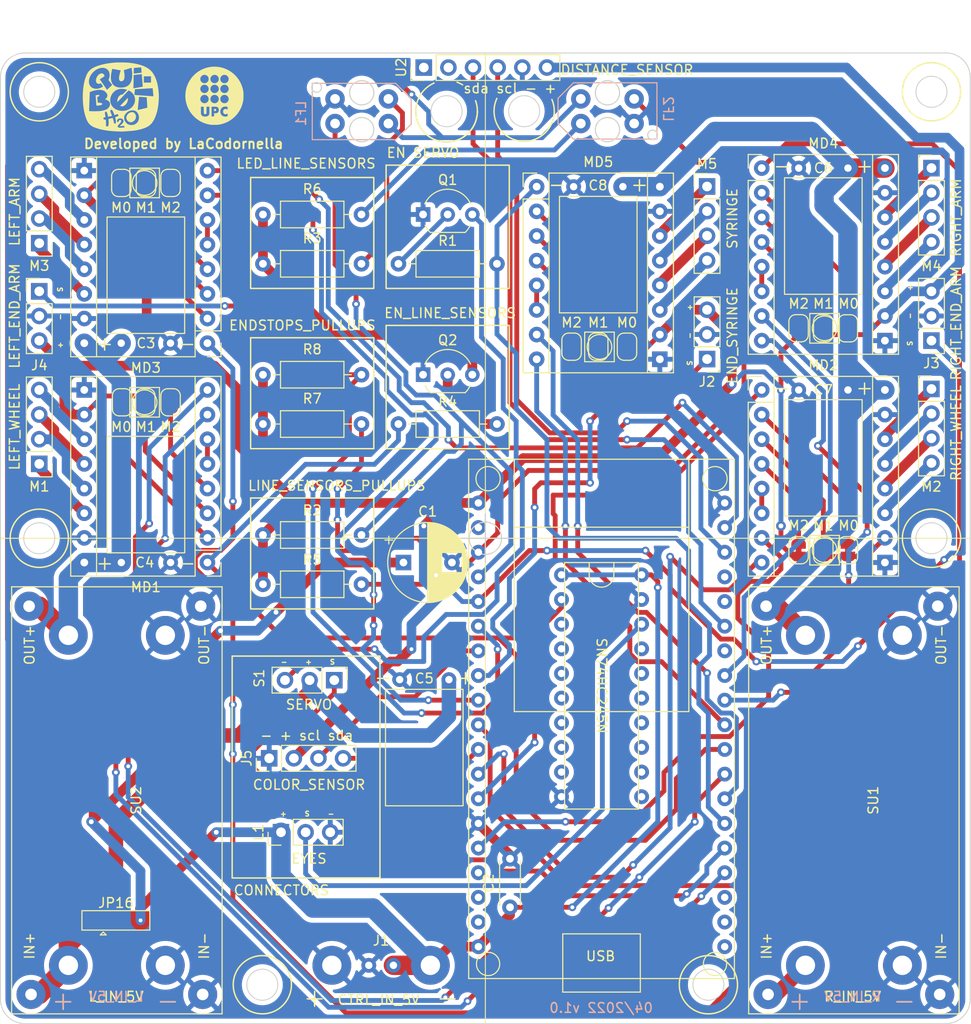
<source format=kicad_pcb>
(kicad_pcb (version 20211014) (generator pcbnew)
  (layers (0 "F.Cu" signal) (31 "B.Cu" signal) (34 "B.Paste" user) (35 "F.Paste" user) (36 "B.SilkS" user "B.Silkscreen") (37 "F.SilkS" user "F.Silkscreen") (38 "B.Mask" user) (39 "F.Mask" user) (44 "Edge.Cuts" user))
  (net 0 "")
  (net 1 "GND")
  (net 2 "5V_CTRL")
  (net 3 "END_SY")
  (net 4 "3V3")
  (net 5 "END_RA")
  (net 6 "END_LA")
  (net 7 "SCL_COL")
  (net 8 "SDA_COL")
  (net 9 "M0_LA")
  (net 10 "M1_LA")
  (net 11 "M2_LA")
  (net 12 "M0_LW")
  (net 13 "M1_LW")
  (net 14 "M2_LW")
  (net 15 "M0_RA")
  (net 16 "M1_RA")
  (net 17 "M2_RA")
  (net 18 "M0_RW")
  (net 19 "M1_RW")
  (net 20 "M2_RW")
  (net 21 "M0_SY")
  (net 22 "M1_SY")
  (net 23 "M2_SY")
  (net 24 "5V_L")
  (net 25 "5V_SERVO")
  (net 26 "LED_MTRX_5V")
  (net 27 "LINES_L")
  (net 28 "LINES_R")
  (net 29 "LW_1")
  (net 30 "LW_2")
  (net 31 "LW_3")
  (net 32 "LW_4")
  (net 33 "RW_1")
  (net 34 "RW_2")
  (net 35 "RW_3")
  (net 36 "RW_4")
  (net 37 "LA_1")
  (net 38 "LA_2")
  (net 39 "LA_3")
  (net 40 "LA_4")
  (net 41 "RA_1")
  (net 42 "RA_2")
  (net 43 "RA_3")
  (net 44 "RA_4")
  (net 45 "SY_1")
  (net 46 "SY_2")
  (net 47 "SY_3")
  (net 48 "SY_4")
  (net 49 "24V_L")
  (net 50 "EN_W")
  (net 51 "Net-(MD1-Pad13)")
  (net 52 "STEP_L_W")
  (net 53 "DIR_L_W")
  (net 54 "24V_R")
  (net 55 "Net-(MD2-Pad13)")
  (net 56 "STEP_R_W")
  (net 57 "DIR_R_W")
  (net 58 "EN_A")
  (net 59 "Net-(MD3-Pad13)")
  (net 60 "STEP_L_A")
  (net 61 "DIR_L_A")
  (net 62 "Net-(MD4-Pad13)")
  (net 63 "STEP_R_A")
  (net 64 "DIR_R_A")
  (net 65 "EN_SERVO")
  (net 66 "Net-(MD5-Pad13)")
  (net 67 "STEP_SY")
  (net 68 "DIR_SY")
  (net 69 "Net-(Q1-Pad2)")
  (net 70 "EN-")
  (net 71 "Net-(Q2-Pad2)")
  (net 72 "LED_DIST")
  (net 73 "SERVO_PWM")
  (net 74 "5V_R")
  (net 76 "LED_MTRX")
  (net 84 "SDA_DIST")
  (net 87 "SCL_DIST")
  (net 104 "Net-(LF1-Pad1)")
  (net 105 "Net-(LF2-Pad1)")
  (footprint "Package_TO_SOT_THT:TO-92_Inline_Wide" (layer "F.Cu") (at 109.082 69.234)
    (fp_text reference "Q2")
    (fp_text value "2N3904")
  )
  (footprint "Jumper:SolderJumper-2_P1.3mm_Bridged_RoundedPad1.0x1.5mm" (layer "F.Cu") (at 78.047 72.074 -90)
    (fp_text reference "JP4" hide)
    (fp_text value "SolderJumper_2_Bridged")
  )
  (footprint "LaCodornellaLibrary:A4988_stepper_driver" (layer "F.Cu") (at 144.007 47.944)
    (fp_text reference "MD4")
    (fp_text value "A4988")
  )
  (footprint "LaCodornellaLibrary:DC-DC STEP UP XL6009" (layer "F.Cu") (at 144.657 133.084 90)
    (fp_text reference "SU1")
    (fp_text value "DC-DC_XL6009E1_R")
  )
  (footprint "Connector_PinHeader_2.54mm:PinHeader_1x04_P2.54mm_Vertical" (layer "F.Cu") (at 138.367 49.839)
    (fp_text reference "M5")
    (fp_text value "SY_MOTOR")
  )
  (footprint "LaCodornellaLibrary:A4988_stepper_driver" (layer "F.Cu") (at 86.847 88.584 180)
    (fp_text reference "MD1")
    (fp_text value "A4988")
  )
  (footprint "Resistor_THT:R_Axial_DIN0207_L6.3mm_D2.5mm_P10.16mm_Horizontal" (layer "F.Cu") (at 116.702 74.314 180)
    (fp_text reference "R4")
    (fp_text value "680")
  )
  (footprint "Package_TO_SOT_THT:TO-92_Inline_Wide" (layer "F.Cu") (at 109.082 52.724)
    (fp_text reference "Q1")
    (fp_text value "2N3904")
  )
  (footprint "LaCodornellaLibrary:SN74HC245N" (layer "F.Cu") (at 127.487 101.284)
    (fp_text reference "U3" hide)
    (fp_text value "SN74HC245N")
  )
  (footprint "LaCodornellaLibrary:DC-DC STEP UP XL6009" (layer "F.Cu") (at 68.657 133.084 90)
    (fp_text reference "SU2")
    (fp_text value "DC-DC_XL6009E1_L")
  )
  (footprint "Jumper:SolderJumper-2_P1.3mm_Bridged_RoundedPad1.0x1.5mm" (layer "F.Cu") (at 80.507 49.474 -90)
    (fp_text reference "JP2" hide)
    (fp_text value "SolderJumper_2_Bridged")
  )
  (footprint "LaCodornellaLibrary:CP_Flat_position" (layer "F.Cu") (at 150.357 70.804)
    (fp_text reference "C7")
    (fp_text value "C_Polarized")
  )
  (footprint "Resistor_THT:R_Axial_DIN0207_L6.3mm_D2.5mm_P10.16mm_Horizontal" (layer "F.Cu") (at 102.732 52.724 180)
    (fp_text reference "R6")
    (fp_text value "220")
  )
  (footprint "LaCodornellaLibrary:CP_Flat_position" (layer "F.Cu") (at 127.147 49.859)
    (fp_text reference "C8")
    (fp_text value "C_Polarized")
  )
  (footprint "Jumper:SolderJumper-2_P1.3mm_Bridged_RoundedPad1.0x1.5mm" (layer "F.Cu") (at 147.807 87.314 90)
    (fp_text reference "JP12" hide)
    (fp_text value "SolderJumper_2_Bridged")
  )
  (footprint "Resistor_THT:R_Axial_DIN0207_L6.3mm_D2.5mm_P10.16mm_Horizontal" (layer "F.Cu") (at 102.732 74.314 180)
    (fp_text reference "R7")
    (fp_text value "10K")
  )
  (footprint "Connector_PinHeader_2.54mm:PinHeader_1x04_P2.54mm_Vertical" (layer "F.Cu") (at 69.507 78.424 180)
    (fp_text reference "M1")
    (fp_text value "LW_MOTOR")
  )
  (footprint "Connector_PinHeader_2.54mm:PinHeader_1x03_P2.54mm_Vertical" (layer "F.Cu") (at 69.507 60.644)
    (fp_text reference "J4")
    (fp_text value "END_LA")
  )
  (footprint "LaCodornellaLibrary:CP_Flat_position" (layer "F.Cu") (at 80.497 65.984 180)
    (fp_text reference "C3")
    (fp_text value "C_Polarized")
  )
  (footprint "Jumper:SolderJumper-2_P1.3mm_Bridged_RoundedPad1.0x1.5mm" (layer "F.Cu") (at 127.147 66.344 90)
    (fp_text reference "JP14" hide)
    (fp_text value "SolderJumper_2_Bridged")
  )
  (footprint "Connector_PinHeader_2.54mm:PinHeader_1x03_P2.54mm_Vertical" (layer "F.Cu") (at 138.367 67.624 180)
    (fp_text reference "J2")
    (fp_text value "END_SYRINGE")
  )
  (footprint "Jumper:SolderJumper-2_P1.3mm_Bridged_RoundedPad1.0x1.5mm" (layer "F.Cu") (at 77.967 49.474 -90)
    (fp_text reference "JP1" hide)
    (fp_text value "SolderJumper_2_Bridged")
  )
  (footprint "Jumper:SolderJumper-2_P1.3mm_Bridged_RoundedPad1.0x1.5mm" (layer "F.Cu") (at 130.112 66.344 90)
    (fp_text reference "JP13" hide)
    (fp_text value "SolderJumper_2_Bridged")
  )
  (footprint "Jumper:SolderJumper-2_P1.3mm_Bridged_RoundedPad1.0x1.5mm" (layer "F.Cu") (at 150.347 64.454 90)
    (fp_text reference "JP8" hide)
    (fp_text value "SolderJumper_2_Bridged")
  )
  (footprint "LaCodornellaLibrary:ESP32_DevKit_AZD" (layer "F.Cu") (at 114.787 82.444)
    (fp_text reference "U1" hide)
    (fp_text value "ESP32_DEVKIT_AZD")
  )
  (footprint "LaCodornellaLibrary:CP_Flat_position" (layer "F.Cu") (at 109.209 100.649)
    (fp_text reference "C5")
    (fp_text value "C_Polarized")
  )
  (footprint "Capacitor_THT:C_Disc_D4.3mm_W1.9mm_P5.00mm" (layer "F.Cu") (at 118.047 124.104 90)
    (fp_text reference "C2")
    (fp_text value "C")
  )
  (footprint "Jumper:SolderJumper-2_P1.3mm_Bridged_RoundedPad1.0x1.5mm" (layer "F.Cu") (at 152.897 87.314 90)
    (fp_text reference "JP10" hide)
    (fp_text value "SolderJumper_2_Bridged")
  )
  (footprint "LaCodornellaLibrary:PCB_cable_soldering" (layer "F.Cu") (at 104.757 130.084)
    (fp_text reference "J1")
    (fp_text value "5V_CTRL")
  )
  (footprint "LaCodornellaLibrary:SolderJumper-3_P1.3mm_Closed_Pad2.0x2.0mm" (layer "F.Cu") (at 77.407 125.454)
    (fp_text reference "JP16")
    (fp_text value "JUMPER_SERVO")
  )
  (footprint "Resistor_THT:R_Axial_DIN0207_L6.3mm_D2.5mm_P10.16mm_Horizontal" (layer "F.Cu") (at 106.542 57.804)
    (fp_text reference "R1")
    (fp_text value "680")
  )
  (footprint "LaCodornellaLibrary:Logo_upc" (layer "F.Cu") (at 87.567 40.491)
    (fp_text reference "G***" hide)
    (fp_text value "LOGO" hide)
  )
  (footprint "Jumper:SolderJumper-2_P1.3mm_Bridged_RoundedPad1.0x1.5mm" (layer "F.Cu") (at 150.357 87.314 90)
    (fp_text reference "JP11" hide)
    (fp_text value "SolderJumper_2_Bridged")
  )
  (footprint "Connector_PinHeader_2.54mm:PinHeader_1x04_P2.54mm_Vertical" (layer "F.Cu") (at 161.507 70.704)
    (fp_text reference "M2")
    (fp_text value "RW_MOTOR")
  )
  (footprint "Jumper:SolderJumper-2_P1.3mm_Bridged_RoundedPad1.0x1.5mm" (layer "F.Cu") (at 80.437 72.074 -90)
    (fp_text reference "JP5" hide)
    (fp_text value "SolderJumper_2_Bridged")
  )
  (footprint "Jumper:SolderJumper-2_P1.3mm_Bridged_RoundedPad1.0x1.5mm" (layer "F.Cu") (at 83.047 72.074 -90)
    (fp_text reference "JP6" hide)
    (fp_text value "SolderJumper_2_Bridged")
  )
  (footprint "Resistor_THT:R_Axial_DIN0207_L6.3mm_D2.5mm_P10.16mm_Horizontal" (layer "F.Cu") (at 92.572 90.824)
    (fp_text reference "R5")
    (fp_text value "4,7K")
  )
  (footprint "Resistor_THT:R_Axial_DIN0207_L6.3mm_D2.5mm_P10.16mm_Horizontal" (layer "F.Cu") (at 92.572 85.744)
    (fp_text reference "R2")
    (fp_text value "4,7K")
  )
  (footprint "Connector_PinHeader_2.54mm:PinHeader_1x03_P2.54mm_Vertical" (layer "F.Cu") (at 94.432 116.374 90)
    (fp_text reference "L1")
    (fp_text value "EYES_CONNECTOR")
  )
  (footprint "Resistor_THT:R_Axial_DIN0207_L6.3mm_D2.5mm_P10.16mm_Horizontal" (layer "F.Cu") (at 102.732 69.234 180)
    (fp_text reference "R8")
    (fp_text value "10K")
  )
  (footprint "LaCodornellaLibrary:A4988_stepper_driver" (layer "F.Cu") (at 120.797 49.859)
    (fp_text reference "MD5")
    (fp_text value "A4988")
  )
  (footprint "Connector_PinHeader_2.54mm:PinHeader_1x06_P2.54mm_Vertical" (layer "F.Cu") (at 109.157 37.584 90)
    (fp_text reference "U2")
    (fp_text value "DISTANCE_SENSOR")
  )
  (footprint "Jumper:SolderJumper-2_P1.3mm_Bridged_RoundedPad1.0x1.5mm" (layer "F.Cu") (at 152.887 64.454 90)
    (fp_text reference "JP7" hide)
    (fp_text value "SolderJumper_2_Bridged")
  )
  (footprint "Jumper:SolderJumper-2_P1.3mm_Bridged_RoundedPad1.0x1.5mm" (layer "F.Cu") (at 147.807 64.444 90)
    (fp_text reference "JP9" hide)
    (fp_text value "SolderJumper_2_Bridged")
  )
  (footprint "Connector_PinHeader_2.54mm:PinHeader_1x03_P2.54mm_Vertical" (layer "F.Cu") (at 99.925 100.704 -90)
    (fp_text reference "S1")
    (fp_text value "BLOCK_SERVO")
  )
  (footprint "Capacitor_THT:CP_Radial_D8.0mm_P5.00mm" (layer "F.Cu") (at 107.059349 88.584)
    (fp_text reference "C1")
    (fp_text value "C_Polarized")
  )
  (footprint "Jumper:SolderJumper-2_P1.3mm_Bridged_RoundedPad1.0x1.5mm" (layer "F.Cu") (at 83.047 49.474 -90)
    (fp_text reference "JP3" hide)
    (fp_text value "SolderJumper_2_Bridged")
  )
  (footprint "Connector_PinHeader_2.54mm:PinHeader_1x04_P2.54mm_Vertical" (layer "F.Cu") (at 69.507 55.684 180)
    (fp_text reference "M3")
    (fp_text value "LA_MOTOR")
  )
  (footprint "LaCodornellaLibrary:CP_Flat_position" (layer "F.Cu") (at 80.507 88.584 180)
    (fp_text reference "C4")
    (fp_text value "C_Polarized")
  )
  (footprint "LaCodornellaLibrary:CP_Flat_position" (layer "F.Cu") (at 150.357 47.944)
    (fp_text reference "C6")
    (fp_text value "C_Polarized")
  )
  (footprint "Connector_PinHeader_2.54mm:PinHeader_1x04_P2.54mm_Vertical" (layer "F.Cu") (at 93.217 108.754 90)
    (fp_text reference "J5")
    (fp_text value "COLOR_SENSOR")
  )
  (footprint "Connector_PinHeader_2.54mm:PinHeader_1x03_P2.54mm_Vertical" (layer "F.Cu") (at 161.507 65.724 180)
    (fp_text reference "J3")
    (fp_text value "END_RA")
  )
  (footprint "Jumper:SolderJumper-2_P1.3mm_Bridged_RoundedPad1.0x1.5mm" (layer "F.Cu") (at 124.397 66.344 90)
    (fp_text reference "JP15" hide)
    (fp_text value "SolderJumper_2_Bridged")
  )
  (footprint "LaCodornellaLibrary:Logo_QuiBot" (layer "F.Cu") (at 75.973305 40.328351)
    (fp_text reference "G***" hide)
    (fp_text value "LOGO" hide)
  )
  (footprint "LaCodornellaLibrary:A4988_stepper_driver" (layer "F.Cu") (at 144.007 70.804)
    (fp_text reference "MD2")
    (fp_text value "A4988")
  )
  (footprint "LaCodornellaLibrary:A4988_stepper_driver" (layer "F.Cu") (at 86.847 65.984 180)
    (fp_text reference "MD3")
    (fp_text value "A4988")
  )
  (footprint "Connector_PinHeader_2.54mm:PinHeader_1x04_P2.54mm_Vertical" (layer "F.Cu") (at 161.507 47.944)
    (fp_text reference "M4")
    (fp_text value "RA_MOTOR")
  )
  (footprint "Resistor_THT:R_Axial_DIN0207_L6.3mm_D2.5mm_P10.16mm_Horizontal" (layer "F.Cu") (at 102.732 57.804 180)
    (fp_text reference "R3")
    (fp_text value "220")
  )
  (footprint "LaCodornellaLibrary:TCRT5000_Line_follower" (layer "B.Cu") (at 105.507 40.814)
    (fp_text reference "LF1")
    (fp_text value "TCRT5000_L")
    (fp_circle (center -7.4 -1.18) (end -6.9 -1.18) (layer "Edge.Cuts") (width 0.12) (fill none))
    (fp_circle (center -2.75 -0.63) (end -1.5 -0.63) (layer "Edge.Cuts") (width 0.12) (fill none))
    (fp_circle (center -2.75 3.17) (end -1.5 3.17) (layer "Edge.Cuts") (width 0.12) (fill none))
  )
  (footprint "LaCodornellaLibrary:TCRT5000_Line_follower" (layer "B.Cu") (at 125.349 43.354 180)
    (fp_text reference "LF2")
    (fp_text value "TCRT5000_R")
    (fp_circle (center -2.75 -0.63) (end -1.5 -0.63) (layer "Edge.Cuts") (width 0.12) (fill none))
    (fp_circle (center -7.4 -1.18) (end -6.9 -1.18) (layer "Edge.Cuts") (width 0.12) (fill none))
    (fp_circle (center -2.75 3.17) (end -1.5 3.17) (layer "Edge.Cuts") (width 0.12) (fill none))
  )
  (gr_circle (center 69.507 86.084) (end 72.507 86.084) (layer "F.SilkS") (width 0.15) (fill none))
  (gr_rect (start 91.302 65.424) (end 104.002 76.854) (layer "F.SilkS") (width 0.15) (fill none))
  (gr_circle (center 138.507 132.084) (end 141.507 132.084) (layer "F.SilkS") (width 0.15) (fill none))
  (gr_circle (center 92.507 132.084) (end 95.507 132.084) (layer "F.SilkS") (width 0.15) (fill none))
  (gr_rect (start 105.272 64.154) (end 117.972 76.854) (layer "F.SilkS") (width 0.15) (fill none))
  (gr_rect (start 105.272 47.644) (end 117.972 60.344) (layer "F.SilkS") (width 0.15) (fill none))
  (gr_circle (center 161.507 40.084) (end 164.507 40.084) (layer "F.SilkS") (width 0.15) (fill none))
  (gr_line (start 115.507 136.084) (end 115.507 36.084) (layer "F.SilkS") (width 0.1))
  (gr_arc (start 112.586 39.094001) (mid 112.87934 39.216768) (end 113.158946 39.368229) (layer "F.SilkS") (width 0.15))
  (gr_arc (start 109.762921 39.430763) (mid 109.983131 39.298448) (end 110.213318 39.184368) (layer "F.SilkS") (width 0.15))
  (gr_arc (start 122.365 40.872) (mid 119.449279 45.187833) (end 116.696039 40.766577) (layer "F.SilkS") (width 0.15))
  (gr_line (start 65.507 86.084) (end 165.507 86.084) (layer "F.SilkS") (width 0.1))
  (gr_arc (start 114.490999 40.999) (mid 110.507404 45.097683) (end 109.762921 39.430763) (layer "F.SilkS") (width 0.15))
  (gr_circle (center 161.507 86.084) (end 164.507 86.084) (layer "F.SilkS") (width 0.15) (fill none))
  (gr_rect (start 91.302 81.934) (end 104.002 93.364) (layer "F.SilkS") (width 0.15) (fill none))
  (gr_arc (start 114.682 42.084) (mid 111.507 45.259) (end 108.332 42.084) (layer "F.SilkS") (width 0.15))
  (gr_rect (start 89.397 98.224) (end 104.637 121.084) (layer "F.SilkS") (width 0.15) (fill none))
  (gr_circle (center 69.507 40.084) (end 72.507 40.084) (layer "F.SilkS") (width 0.15) (fill none))
  (gr_rect (start 91.302 48.914) (end 104.002 60.344) (layer "F.SilkS") (width 0.15) (fill none))
  (gr_arc (start 165.507 133.584) (mid 164.774767 135.351767) (end 163.007 136.084) (layer "Edge.Cuts") (width 0.1))
  (gr_circle (center 161.507 86.084) (end 163.107 86.084) (layer "Edge.Cuts") (width 0.1) (fill none))
  (gr_circle (center 92.507 132.084) (end 94.107 132.084) (layer "Edge.Cuts") (width 0.1) (fill none))
  (gr_line (start 165.507 38.584) (end 165.507 133.584) (layer "Edge.Cuts") (width 0.1))
  (gr_circle (center 111.507 42.084) (end 113.107 42.084) (layer "Edge.Cuts") (width 0.1) (fill none))
  (gr_line (start 65.507 133.584) (end 65.507 38.584) (layer "Edge.Cuts") (width 0.1))
  (gr_circle (center 138.507 132.084) (end 140.107 132.084) (layer "Edge.Cuts") (width 0.1) (fill none))
  (gr_circle (center 69.507 40.084) (end 71.107 40.084) (layer "Edge.Cuts") (width 0.1) (fill none))
  (gr_line (start 68.007 36.084) (end 163.007 36.084) (layer "Edge.Cuts") (width 0.1))
  (gr_circle (center 161.507 40.084) (end 163.107 40.084) (layer "Edge.Cuts") (width 0.1) (fill none))
  (gr_circle (center 119.507 42.084) (end 121.107 42.084) (layer "Edge.Cuts") (width 0.1) (fill none))
  (gr_arc (start 65.507 38.584) (mid 66.239233 36.816233) (end 68.007 36.084) (layer "Edge.Cuts") (width 0.1))
  (gr_arc (start 163.007 36.084) (mid 164.774767 36.816233) (end 165.507 38.584) (layer "Edge.Cuts") (width 0.1))
  (gr_circle (center 69.507 86.084) (end 71.107 86.084) (layer "Edge.Cuts") (width 0.1) (fill none))
  (gr_line (start 163.007 136.084) (end 68.007 136.084) (layer "Edge.Cuts") (width 0.1))
  (gr_arc (start 68.007 136.084) (mid 66.239233 135.351767) (end 65.507 133.584) (layer "Edge.Cuts") (width 0.1))
  (gr_text "-" (at 82.767 133.689) (layer "B.SilkS") (effects (font (size 2 2))))
  (gr_text "R_IN_5V" (at 153.379 133.308) (layer "B.SilkS") (effects (font (size 1 1)) (justify mirror)))
  (gr_text "+" (at 147.918 133.689) (layer "B.SilkS") (effects (font (size 2 2))))
  (gr_text "-" (at 158.713 133.689) (layer "B.SilkS") (effects (font (size 2 2))))
  (gr_text "L_IN_5V" (at 77.433 133.308) (layer "B.SilkS") (effects (font (size 1 1)) (justify mirror)))
  (gr_text "+" (at 71.972 133.689) (layer "B.SilkS") (effects (font (size 2 2))))
  (gr_text "04/2022 v1.0" (at 127.445 134.471) (layer "B.SilkS") (effects (font (size 1 1)) (justify mirror)))
  (gr_text "M0" (at 77.967 74.614) (layer "F.SilkS") (effects (font (size 1 1))))
  (gr_text "+" (at 147.918 133.689) (layer "F.SilkS") (effects (font (size 2 2))))
  (gr_text "M2" (at 124.397 63.859) (layer "F.SilkS") (effects (font (size 1 1))))
  (gr_text "-" (at 82.767 133.689) (layer "F.SilkS") (effects (font (size 2 2))))
  (gr_text "COLOR_SENSOR" (at 97.322 111.479) (layer "F.SilkS") (effects (font (size 1 1))))
  (gr_text "M0" (at 152.95932 84.774) (layer "F.SilkS") (effects (font (size 1 1))))
  (gr_text "+" (at 97.899 133.386) (layer "F.SilkS") (effects (font (size 2 2))))
  (gr_text "RIGHT_WHEEL" (at 164.047 75.234 90) (layer "F.SilkS") (effects (font (size 1 1))))
  (gr_text "sda scl - +\n" (at 118.047 39.729) (layer "F.SilkS") (effects (font (size 1 1))))
  (gr_text "DISTANCE_SENSOR" (at 130.112 37.824) (layer "F.SilkS") (effects (font (size 1 1))))
  (gr_text "S      -      +" (at 136.589 65.129 90) (layer "F.SilkS") (effects (font (size 0.5 0.5) (thickness 0.125))))
  (gr_text "SERVO" (at 97.322 103.224) (layer "F.SilkS") (effects (font (size 1 1))))
  (gr_text "M0" (at 130.112 63.859) (layer "F.SilkS") (effects (font (size 1 1))))
  (gr_text "END_SYRINGE" (at 140.977 65.204 90) (layer "F.SilkS") (effects (font (size 1 1))))
  (gr_text "L_IN_5V" (at 77.433 133.308) (layer "F.SilkS") (effects (font (size 1 1))))
  (gr_text "M2" (at 83.047 74.614) (layer "F.SilkS") (effects (font (size 1 1))))
  (gr_text "M1" (at 80.507 74.614) (layer "F.SilkS") (effects (font (size 1 1))))
  (gr_text "LEFT_ARM" (at 66.967 52.424 90) (layer "F.SilkS") (effects (font (size 1 1))))
  (gr_text "+" (at 71.972 133.689) (layer "F.SilkS") (effects (font (size 2 2))))
  (gr_text "RIGHT_ARM" (at 164.047 53.044 90) (layer "F.SilkS") (effects (font (size 1 1))))
  (gr_text "ENDSTOPS_PULLUPS" (at 96.636 64.154) (layer "F.SilkS") (effects (font (size 1 1))))
  (gr_text "M1" (at 127.147 63.859) (layer "F.SilkS") (effects (font (size 1 1))))
  (gr_text "S      -      +" (at 159.297 63.099 90) (layer "F.SilkS") (effects (font (size 0.5 0.5) (thickness 0.125))))
  (gr_text "R_IN_5V" (at 153.379 133.308) (layer "F.SilkS") (effects (font (size 1 1))))
  (gr_text "EYES" (at 97.322 119.099) (layer "F.SilkS") (effects (font (size 1 1))))
  (gr_text "M2" (at 83.047 52.014) (layer "F.SilkS") (effects (font (size 1 1))))
  (gr_text "+      -      S" (at 71.667 63.353 90) (layer "F.SilkS") (effects (font (size 0.5 0.5) (thickness 0.125))))
  (gr_text "CTRL_IN_5V" (at 104.503 133.64) (layer "F.SilkS") (effects (font (size 1 1))))
  (gr_text "- + scl sda\n" (at 97.092 106.404) (layer "F.SilkS") (effects (font (size 1 1))))
  (gr_text "CONNECTORS" (at 94.477 122.354) (layer "F.SilkS") (effects (font (size 1 1))))
  (gr_text "LEFT_END_ARM" (at 66.967 63.184 90) (layer "F.SilkS") (effects (font (size 1 1))))
  (gr_text "M1" (at 150.357 84.774) (layer "F.SilkS") (effects (font (size 1 1))))
  (gr_text "M0" (at 152.95932 61.914) (layer "F.SilkS") (effects (font (size 1 1))))
  (gr_text "RIGHT_END_ARM" (at 164.047 63.924 90) (layer "F.SilkS") (effects (font (size 1 1))))
  (gr_text "LED_LINE_SENSORS\n\n" (at 97.017 48.279) (layer "F.SilkS") (effects (font (size 1 1))))
  (gr_text "EN_LINE_SENSORS" (at 111.876 62.884) (layer "F.SilkS") (effects (font (size 1 1))))
  (gr_text "M0" (at 77.957 52.014) (layer "F.SilkS") (effects (font (size 1 1))))
  (gr_text "M2" (at 147.817 84.774) (layer "F.SilkS") (effects (font (size 1 1))))
  (gr_text "M1" (at 80.497 52.014) (layer "F.SilkS") (effects (font (size 1 1))))
  (gr_text "Developed by LaCodornella" (at 84.392 45.444) (layer "F.SilkS") (effects (font (size 1 1) (thickness 0.2))))
  (gr_text " -     +     S" (at 97.017 98.834) (layer "F.SilkS") (effects (font (size 0.5 0.5) (thickness 0.125))))
  (gr_text "SYRINGE" (at 140.977 53.139 90) (layer "F.SilkS") (effects (font (size 1 1))))
  (gr_text "M2" (at 147.817 61.914) (layer "F.SilkS") (effects (font (size 1 1))))
  (gr_text "LEFT_WHEEL" (at 66.967 74.614 90) (layer "F.SilkS") (effects (font (size 1 1))))
  (gr_text "-" (at 158.713 133.689) (layer "F.SilkS") (effects (font (size 2 2))))
  (gr_text "LINE_SENSORS_PULLUPS" (at 100.192 80.664) (layer "F.SilkS") (effects (font (size 1 1))))
  (gr_text "M1" (at 150.357 61.914) (layer "F.SilkS") (effects (font (size 1 1))))
  (gr_text "-" (at 111.615 133.386) (layer "F.SilkS") (effects (font (size 2 2))))
  (gr_text "EN SERVO" (at 109.082 46.374) (layer "F.SilkS") (effects (font (size 1 1))))
  (gr_text "+     S     -" (at 97.131 114.48) (layer "F.SilkS") (effects (font (size 0.5 0.5) (thickness 0.125))))
  (target plus (at 115.507 86.084) (size 5) (width 0.1) (layer "Edge.Cuts"))
  (target plus (at 115.507 86.084) (size 5) (width 0.1) (layer "Edge.Cuts"))
  (segment (start 118.047 118.724) (end 114.787 115.464) (width 1) (layer "F.Cu") (net 1))
  (segment (start 118.047 119.104) (end 118.047 118.724) (width 1) (layer "F.Cu") (net 1))
  (segment (start 74.867 115.294) (end 74.867 112.754) (width 0.5) (layer "F.Cu") (net 2))
  (segment (start 118.047 124.104) (end 118.047 124.904) (width 1) (layer "F.Cu") (net 2))
  (segment (start 114.787 128.164) (end 111.757 128.164) (width 1) (layer "F.Cu") (net 2))
  (segment (start 133.287 91.164) (end 133.287 90.529) (width 0.5) (layer "F.Cu") (net 2))
  (segment (start 79.907 124.224) (end 79.907 125.454) (width 1) (layer "F.Cu") (net 2))
  (segment (start 107.059349 88.584) (end 99.037 88.584) (width 1) (layer "F.Cu") (net 2))
  (segment (start 99.037 88.584) (end 93.917 93.704) (width 1) (layer "F.Cu") (net 2))
  (segment (start 118.047 124.904) (end 114.787 128.164) (width 1) (layer "F.Cu") (net 2))
  (segment (start 69.787 100.054) (end 66.231 96.498) (width 0.5) (layer "F.Cu") (net 2))
  (segment (start 124.477 124.104) (end 118.047 124.104) (width 0.5) (layer "F.Cu") (net 2))
  (segment (start 87.757 116.374) (end 79.907 124.224) (width 1) (layer "F.Cu") (net 2))
  (segment (start 132.612 89.854) (end 131.617 89.854) (width 0.5) (layer "F.Cu") (net 2))
  (segment (start 105.347 37.824) (end 107.887 40.364) (width 0.5) (layer "F.Cu") (net 2))
  (segment (start 66.231 96.498) (end 66.231 47.73) (width 0.5) (layer "F.Cu") (net 2))
  (segment (start 88.202 95.609) (end 85.662 98.149) (width 1) (layer "F.Cu") (net 2))
  (segment (start 76.137 37.824) (end 105.347 37.824) (width 0.5) (layer "F.Cu") (net 2))
  (segment (start 106.027 130.084) (end 109.837 130.084) (width 2) (layer "F.Cu") (net 2))
  (segment (start 66.231 47.73) (end 76.137 37.824) (width 0.5) (layer "F.Cu") (net 2))
  (segment (start 85.662 104.499) (end 74.867 115.294) (width 1) (layer "F.Cu") (net 2))
  (segment (start 69.787 107.674) (end 69.787 100.054) (width 0.5) (layer "F.Cu") (net 2))
  (segment (start 133.287 90.529) (end 132.612 89.854) (width 0.5) (layer "F.Cu") (net 2))
  (segment (start 74.867 112.754) (end 69.787 107.674) (width 0.5) (layer "F.Cu") (net 2))
  (segment (start 85.662 98.149) (end 85.662 104.499) (width 1) (layer "F.Cu") (net 2))
  (segment (start 111.757 128.164) (end 111.038742 128.882258) (width 1) (layer "F.Cu") (net 2))
  (via (at 79.947 125.454) (size 0.8) (drill 0.4) (layers "F.Cu" "B.Cu") (net 2))
  (via (at 93.917 93.704) (size 1) (drill 0.5) (layers "F.Cu" "B.Cu") (net 2))
  (via (at 74.867 115.294) (size 1) (drill 0.5) (layers "F.Cu" "B.Cu") (net 2))
  (via (at 88.202 95.609) (size 1) (drill 0.5) (layers "F.Cu" "B.Cu") (net 2))
  (via (at 124.477 124.104) (size 0.8) (drill 0.4) (layers "F.Cu" "B.Cu") (net 2))
  (via (at 107.887 40.364) (size 0.8) (drill 0.4) (layers "F.Cu" "B.Cu") (net 2))
  (via (at 87.757 116.374) (size 1) (drill 0.5) (layers "F.Cu" "B.Cu") (net 2))
  (via (at 133.287 91.164) (size 0.8) (drill 0.4) (layers "F.Cu" "B.Cu") (net 2))
  (segment (start 109.659446 42.136446) (end 109.659446 43.406446) (width 0.5) (layer "B.Cu") (net 2))
  (segment (start 133.287 115.294) (end 124.477 124.104) (width 0.5) (layer "B.Cu") (net 2))
  (segment (start 106.962 44.809) (end 111.062 44.809) (width 0.5) (layer "B.Cu") (net 2))
  (segment (start 94.432 116.374) (end 87.757 116.374) (width 1) (layer "B.Cu") (net 2))
  (segment (start 79.947 120.374) (end 74.867 115.294) (width 1) (layer "B.Cu") (net 2))
  (segment (start 121.354 44.809) (end 125.349 40.814) (width 0.5) (layer "B.Cu") (net 2))
  (segment (start 79.947 125.454) (end 79.947 120.374) (width 1) (layer "B.Cu") (net 2))
  (segment (start 93.917 93.704) (end 92.012 95.609) (width 1) (layer "B.Cu") (net 2))
  (segment (start 111.062 44.809) (end 121.354 44.809) (width 0.5) (layer "B.Cu") (net 2))
  (segment (start 97.727 124.184) (end 94.432 120.889) (width 2) (layer "B.Cu") (net 2))
  (segment (start 109.837 130.084) (end 103.937 124.184) (width 2) (layer "B.Cu") (net 2))
  (segment (start 133.287 91.164) (end 133.287 115.294) (width 0.5) (layer "B.Cu") (net 2))
  (segment (start 123.357 89.854) (end 131.617 89.854) (width 0.5) (layer "B.Cu") (net 2))
  (segment (start 103.937 124.184) (end 97.727 124.184) (width 2) (layer "B.Cu") (net 2))
  (segment (start 92.012 95.609) (end 88.202 95.609) (width 1) (layer "B.Cu") (net 2))
  (segment (start 94.432 120.889) (end 94.432 116.374) (width 2) (layer "B.Cu") (net 2))
  (segment (start 109.659446 43.406446) (end 111.062 44.809) (width 0.5) (layer "B.Cu") (net 2))
  (segment (start 105.507 43.354) (end 106.962 44.809) (width 0.5) (layer "B.Cu") (net 2))
  (segment (start 107.887 40.364) (end 109.659446 42.136446) (width 0.5) (layer "B.Cu") (net 2))
  (segment (start 120.587 82.909) (end 120.587 81.004) (width 0.5) (layer "F.Cu") (net 3))
  (segment (start 127.572 72.749) (end 126.302 74.019) (width 0.5) (layer "F.Cu") (net 3))
  (segment (start 121.222 80.369) (end 126.302 80.369) (width 0.5) (layer "F.Cu") (net 3))
  (segment (start 137.102489 68.933511) (end 133.287 72.749) (width 0.5) (layer "F.Cu") (net 3))
  (segment (start 133.287 72.749) (end 127.572 72.749) (width 0.5) (layer "F.Cu") (net 3))
  (segment (start 138.367 67.624) (end 137.102489 68.888511) (width 0.5) (layer "F.Cu") (net 3))
  (segment (start 137.102489 68.888511) (end 137.102489 68.933511) (width 0.5) (layer "F.Cu") (net 3))
  (segment (start 120.587 81.004) (end 121.222 80.369) (width 0.5) (layer "F.Cu") (net 3))
  (via (at 120.587 82.909) (size 0.8) (drill 0.4) (layers "F.Cu" "B.Cu") (net 3))
  (via (at 126.302 74.019) (size 0.8) (drill 0.4) (layers "F.Cu" "B.Cu") (net 3))
  (via (at 126.302 80.369) (size 0.8) (drill 0.4) (layers "F.Cu" "B.Cu") (net 3))
  (segment (start 117.9835 92.7515) (end 116.269 94.466) (width 0.5) (layer "B.Cu") (net 3))
  (segment (start 116.269 94.466) (end 116.269 95.355) (width 0.5) (layer "B.Cu") (net 3))
  (segment (start 116.269 95.355) (end 117.98248 97.06848) (width 0.5) (layer "B.Cu") (net 3))
  (segment (start 126.302 74.019) (end 126.302 80.369) (width 0.5) (layer "B.Cu") (net 3))
  (segment (start 115.86463 100.224) (end 117.98248 98.10615) (width 0.5) (layer "B.Cu") (net 3))
  (segment (start 117.9835 90.2115) (end 120.587 87.608) (width 0.5) (layer "B.Cu") (net 3))
  (segment (start 120.587 87.608) (end 120.587 82.909) (width 0.5) (layer "B.Cu") (net 3))
  (segment (start 117.98248 98.10615) (end 117.98248 97.06848) (width 0.5) (layer "B.Cu") (net 3))
  (segment (start 114.787 100.224) (end 115.86463 100.224) (width 0.5) (layer "B.Cu") (net 3))
  (segment (start 117.9835 92.7515) (end 117.9835 90.2115) (width 0.5) (layer "B.Cu") (net 3))
  (segment (start 150.337 65.094) (end 150.347 65.104) (width 0.5) (layer "F.Cu") (net 4))
  (segment (start 150.357 87.964) (end 152.897 87.964) (width 0.5) (layer "F.Cu") (net 4))
  (segment (start 154.787 87.964) (end 156.707 86.044) (width 0.5) (layer "F.Cu") (net 4))
  (segment (start 95.872 82.324) (end 92.572 79.024) (width 1) (layer "F.Cu") (net 4))
  (segment (start 87.567 68.304) (end 90.107 70.844) (width 1) (layer "F.Cu") (net 4))
  (segment (start 119.402 77.829) (end 133.287 77.829) (width 1) (layer "F.Cu") (net 4))
  (segment (start 80.507 48.824) (end 83.047 48.824) (width 0.5) (layer "F.Cu") (net 4))
  (segment (start 130.112 66.994) (end 127.147 66.994) (width 0.5) (layer "F.Cu") (net 4))
  (segment (start 114.787 82.444) (end 111.527 82.444) (width 1) (layer "F.Cu") (net 4))
  (segment (start 111.527 82.444) (end 95.872 82.444) (width 1) (layer "F.Cu") (net 4))
  (segment (start 107.73711 97.514) (end 106.46711 98.784) (width 1) (layer "F.Cu") (net 4))
  (segment (start 138.6845 72.4315) (end 140.907 70.209) (width 1) (layer "F.Cu") (net 4))
  (segment (start 95.872 82.444) (end 92.572 85.744) (width 1) (layer "F.Cu") (net 4))
  (segment (start 90.107 76.559) (end 92.572 79.024) (width 1) (layer "F.Cu") (net 4))
  (segment (start 82.487 68.304) (end 80.582 66.399) (width 1) (layer "F.Cu") (net 4))
  (segment (start 138.367 62.544) (end 136.052 62.544) (width 1) (layer "F.Cu") (net 4))
  (segment (start 147.221282 87.964) (end 145.987 86.729718) (width 0.5) (layer "F.Cu") (net 4))
  (segment (start 147.807 87.964) (end 150.357 87.964) (width 0.5) (layer "F.Cu") (net 4))
  (segment (start 80.582 66.399) (end 80.582 60.049) (width 1) (layer "F.Cu") (net 4))
  (segment (start 72.087 68.304) (end 69.507 65.724) (width 1) (layer "F.Cu") (net 4))
  (segment (start 145.987 86.729718) (end 145.987 84.814) (width 0.5) (layer "F.Cu") (net 4))
  (segment (start 133.497 65.099) (end 131.602 66.994) (width 0.5) (layer "F.Cu") (net 4))
  (segment (start 145.987 66.914) (end 147.807 65.094) (width 0.5) (layer "F.Cu") (net 4))
  (segment (start 76.067 48.824) (end 77.967 48.824) (width 0.5) (layer "F.Cu") (net 4))
  (segment (start 154.787 65.104) (end 156.707 63.184) (width 0.5) (layer "F.Cu") (net 4))
  (segment (start 92.572 79.024) (end 92.572 74.314) (width 1) (layer "F.Cu") (net 4))
  (segment (start 95.872 82.444) (end 95.872 82.324) (width 1) (layer "F.Cu") (net 4))
  (segment (start 78.047 71.424) (end 80.437 71.424) (width 0.5) (layer "F.Cu") (net 4))
  (segment (start 92.572 90.824) (end 92.572 85.744) (width 1) (layer "F.Cu") (net 4))
  (segment (start 147.807 65.094) (end 150.337 65.094) (width 0.5) (layer "F.Cu") (net 4))
  (segment (start 82.487 68.304) (end 87.567 68.304) (width 1) (layer "F.Cu") (net 4))
  (segment (start 150.347 65.104) (end 152.887 65.104) (width 0.5) (layer "F.Cu") (net 4))
  (segment (start 77.967 48.824) (end 80.507 48.824) (width 0.5) (layer "F.Cu") (net 4))
  (segment (start 106.46711 98.784) (end 105.727 98.784) (width 1) (layer "F.Cu") (net 4))
  (segment (start 105.727 98.784) (end 95.757 108.754) (width 1) (layer "F.Cu") (net 4))
  (segment (start 83.047 71.424) (end 80.437 71.424) (width 0.5) (layer "F.Cu") (net 4))
  (segment (start 107.887 97.514) (end 107.73711 97.514) (width 1) (layer "F.Cu") (net 4))
  (segment (start 131.602 66.994) (end 130.112 66.994) (width 0.5) (layer "F.Cu") (net 4))
  (segment (start 109.157 84.814) (end 111.527 82.444) (width 1) (layer "F.Cu") (net 4))
  (segment (start 72.087 68.304) (end 72.087 72.41537) (width 1) (layer "F.Cu") (net 4))
  (segment (start 133.287 77.829) (end 138.6845 72.4315) (width 1) (layer "F.Cu") (net 4))
  (segment (start 140.907 65.084) (end 138.367 62.544) (width 1) (layer "F.Cu") (net 4))
  (segment (start 145.987 70.844) (end 145.987 66.914) (width 0.5) (layer "F.Cu") (net 4))
  (segment (start 127.147 66.994) (end 124.397 66.994) (width 0.5) (layer "F.Cu") (net 4))
  (segment (start 76.137 55.604) (end 76.137 52.734) (width 1) (layer "F.Cu") (net 4))
  (segment (start 76.067 71.424) (end 74.147 73.344) (width 0.5) (layer "F.Cu") (net 4))
  (segment (start 90.107 70.844) (end 90.107 76.559) (width 1) (layer "F.Cu") (net 4))
  (segment (start 72.087 68.304) (end 82.487 68.304) (width 1) (layer "F.Cu") (net 4))
  (segment (start 152.897 87.964) (end 154.787 87.964) (width 0.5) (layer "F.Cu") (net 4))
  (segment (start 72.087 72.41537) (end 73.01563 73.344) (width 1) (layer "F.Cu") (net 4))
  (segment (start 152.887 65.104) (end 154.787 65.104) (width 0.5) (layer "F.Cu") (net 4))
  (segment (start 147.807 87.964) (end 147.221282 87.964) (width 0.5) (layer "F.Cu") (net 4))
  (segment (start 92.572 74.314) (end 92.572 69.234) (width 1) (layer "F.Cu") (net 4))
  (segment (start 78.047 71.424) (end 76.067 71.424) (width 0.5) (layer "F.Cu") (net 4))
  (segment (start 73.01563 73.344) (end 74.147 73.344) (width 1) (layer "F.Cu") (net 4))
  (segment (start 114.787 82.444) (end 119.402 77.829) (width 1) (layer "F.Cu") (net 4))
  (segment (start 136.052 62.544) (end 133.497 65.099) (width 1) (layer "F.Cu") (net 4))
  (segment (start 140.907 70.209) (end 140.907 65.084) (width 1) (layer "F.Cu") (net 4))
  (segment (start 80.582 60.049) (end 76.137 55.604) (width 1) (layer "F.Cu") (net 4))
  (segment (start 74.147 50.744) (end 76.067 48.824) (width 0.5) (layer "F.Cu") (net 4))
  (segment (start 76.137 52.734) (end 74.147 50.744) (width 1) (layer "F.Cu") (net 4))
  (via (at 109.157 84.814) (size 1) (drill 0.5) (layers "F.Cu" "B.Cu") (net 4))
  (via (at 107.887 97.514) (size 0.8) (drill 0.4) (layers "F.Cu" "B.Cu") (net 4))
  (via (at 140.907 70.209) (size 1) (drill 0.5) (layers "F.Cu" "B.Cu") (net 4))
  (via (at 145.987 70.844) (size 0.8) (drill 0.4) (layers "F.Cu" "B.Cu") (net 4))
  (via (at 145.987 84.814) (size 1) (drill 0.5) (layers "F.Cu" "B.Cu") (net 4))
  (segment (start 121.857 37.584) (end 152.732 37.584) (width 1) (layer "B.Cu") (net 4))
  (segment (start 152.732 37.584) (end 159.957 44.809) (width 1) (layer "B.Cu") (net 4))
  (segment (start 164.402 57.749) (end 161.507 60.644) (width 1) (layer "B.Cu") (net 4))
  (segment (start 109.157 90.402) (end 109.157 84.814) (width 1) (layer "B.Cu") (net 4))
  (segment (start 107.887 94.974) (end 110.808 92.053) (width 1) (layer "B.Cu") (net 4))
  (segment (start 110.808 92.053) (end 109.157 90.402) (width 1) (layer "B.Cu") (net 4))
  (segment (start 144.082 68.939) (end 144.26263 68.939) (width 0.5) (layer "B.Cu") (net 4))
  (segment (start 142.177 68.939) (end 144.082 68.939) (width 0.5) (layer "B.Cu") (net 4))
  (segment (start 161.507 60.644) (end 159.247 60.644) (width 1) (layer "B.Cu") (net 4))
  (segment (start 144.26263 68.939) (end 145.987 70.66337) (width 0.5) (layer "B.Cu") (net 4))
  (segment (start 159.247 60.644) (end 156.707 63.184) (width 1) (layer "B.Cu") (net 4))
  (segment (start 163.132 44.809) (end 164.402 46.079) (width 1) (layer "B.Cu") (net 4))
  (segment (start 107.887 97.514) (end 107.887 94.974) (width 1) (layer "B.Cu") (net 4))
  (segment (start 159.957 44.809) (end 163.132 44.809) (width 1) (layer "B.Cu") (net 4))
  (segment (start 140.907 70.209) (end 142.177 68.939) (width 0.5) (layer "B.Cu") (net 4))
  (segment (start 164.402 46.079) (end 164.402 57.749) (width 1) (layer "B.Cu") (net 4))
  (segment (start 145.987 70.66337) (end 145.987 84.814) (width 0.5) (layer "B.Cu") (net 4))
  (segment (start 114.067 82.444) (end 114.787 82.444) (width 1) (layer "B.Cu") (net 4))
  (segment (start 139.802153 96.472489) (end 134.557 91.227336) (width 0.5) (layer "F.Cu") (net 5))
  (segment (start 108.522 86.084) (end 110.427 87.989) (width 0.5) (layer "F.Cu") (net 5))
  (segment (start 100.267 84.179) (end 100.267 86.719) (width 0.5) (layer "F.Cu") (net 5))
  (segment (start 162.817434 88.309434) (end 153.927434 97.199434) (width 0.5) (layer "F.Cu") (net 5))
  (segment (start 104.712 87.354) (end 105.982 86.084) (width 0.5) (layer "F.Cu") (net 5))
  (segment (start 102.732 78.539) (end 100.267 81.004) (width 0.5) (layer "F.Cu") (net 5))
  (segment (start 100.267 86.719) (end 100.902 87.354) (width 0.5) (layer "F.Cu") (net 5))
  (segment (start 120.037 87.354) (end 114.787 92.604) (width 0.5) (layer "F.Cu") (net 5))
  (segment (start 121.857 87.354) (end 120.037 87.354) (width 0.5) (layer "F.Cu") (net 5))
  (segment (start 105.982 86.084) (end 108.522 86.084) (width 0.5) (layer "F.Cu") (net 5))
  (segment (start 141.135489 96.472489) (end 139.802153 96.472489) (width 0.5) (layer "F.Cu") (net 5))
  (segment (start 100.902 87.354) (end 104.077 87.354) (width 0.5) (layer "F.Cu") (net 5))
  (segment (start 104.077 87.354) (end 104.712 87.354) (width 0.5) (layer "F.Cu") (net 5))
  (segment (start 134.557 89.894) (end 132.017 87.354) (width 0.5) (layer "F.Cu") (net 5))
  (segment (start 110.427 87.989) (end 110.427 89.894) (width 0.5) (layer "F.Cu") (net 5))
  (segment (start 143.447 98.784) (end 141.135489 96.472489) (width 0.5) (layer "F.Cu") (net 5))
  (segment (start 102.732 74.314) (end 102.732 78.539) (width 0.5) (layer "F.Cu") (net 5))
  (segment (start 134.557 91.227336) (end 134.557 89.894) (width 0.5) (layer "F.Cu") (net 5))
  (via (at 162.817434 88.309434) (size 0.8) (drill 0.4) (layers "F.Cu" "B.Cu") (net 5))
  (via (at 100.267 81.004) (size 0.8) (drill 0.4) (layers "F.Cu" "B.Cu") (net 5))
  (via (at 121.857 87.354) (size 0.8) (drill 0.4) (layers "F.Cu" "B.Cu") (net 5))
  (via (at 132.017 87.354) (size 0.8) (drill 0.4) (layers "F.Cu" "B.Cu") (net 5))
  (via (at 143.447 98.784) (size 0.8) (drill 0.4) (layers "F.Cu" "B.Cu") (net 5))
  (via (at 110.427 89.894) (size 0.8) (drill 0.4) (layers "F.Cu" "B.Cu") (net 5))
  (via (at 100.267 84.179) (size 0.8) (drill 0.4) (layers "F.Cu" "B.Cu") (net 5))
  (via (at 153.927434 97.199434) (size 0.8) (drill 0.4) (layers "F.Cu" "B.Cu") (net 5))
  (segment (start 163.518867 87.608) (end 162.817434 88.309434) (width 0.5) (layer "B.Cu") (net 5))
  (segment (start 132.017 87.354) (end 121.857 87.354) (width 0.5) (layer "B.Cu") (net 5))
  (segment (start 113.137 92.604) (end 114.787 92.604) (width 0.5) (layer "B.Cu") (net 5))
  (segment (start 110.427 89.894) (end 113.137 92.604) (width 0.5) (layer "B.Cu") (net 5))
  (segment (start 152.342867 98.784) (end 143.447 98.784) (width 0.5) (layer "B.Cu") (net 5))
  (segment (start 100.267 81.004) (end 100.267 84.179) (width 0.5) (layer "B.Cu") (net 5))
  (segment (start 164.783 69) (end 164.783 87.608) (width 0.5) (layer "B.Cu") (net 5))
  (segment (start 153.927434 97.199434) (end 152.342867 98.784) (width 0.5) (layer "B.Cu") (net 5))
  (segment (start 164.783 87.608) (end 163.518867 87.608) (width 0.5) (layer "B.Cu") (net 5))
  (segment (start 161.507 65.724) (end 164.783 69) (width 0.5) (layer "B.Cu") (net 5))
  (segment (start 99.292 69.234) (end 102.732 69.234) (width 0.5) (layer "F.Cu") (net 6))
  (segment (start 101.482489 77.248511) (end 97.727 81.004) (width 0.5) (layer "F.Cu") (net 6))
  (segment (start 108.928511 104.092489) (end 115.213991 104.092489) (width 0.5) (layer "F.Cu") (net 6))
  (segment (start 102.732 69.234) (end 101.482489 70.483511) (width 0.5) (layer "F.Cu") (net 6))
  (segment (start 116.777 102.52948) (end 116.777 97.514) (width 0.5) (layer "F.Cu") (net 6))
  (segment (start 92.211511 62.153511) (end 99.292 69.234) (width 0.5) (layer "F.Cu") (net 6))
  (segment (start 115.213991 104.092489) (end 116.777 102.52948) (width 0.5) (layer "F.Cu") (net 6))
  (segment (start 88.637489 62.153511) (end 92.211511 62.153511) (width 0.5) (layer "F.Cu") (net 6))
  (segment (start 101.482489 70.483511) (end 101.482489 77.248511) (width 0.5) (layer "F.Cu") (net 6))
  (via (at 97.727 81.004) (size 0.8) (drill 0.4) (layers "F.Cu" "B.Cu") (net 6))
  (via (at 108.928511 104.092489) (size 0.8) (drill 0.4) (layers "F.Cu" "B.Cu") (net 6))
  (via (at 88.637489 62.153511) (size 0.8) (drill 0.4) (layers "F.Cu" "B.Cu") (net 6))
  (via (at 116.777 97.514) (size 0.8) (drill 0.4) (layers "F.Cu" "B.Cu") (net 6))
  (segment (start 107.126219 104.092489) (end 108.928511 104.092489) (width 0.5) (layer "B.Cu") (net 6))
  (segment (start 116.777 97.514) (end 116.777 97.134) (width 0.5) (layer "B.Cu") (net 6))
  (segment (start 103.899865 99.876865) (end 97.727 93.704) (width 0.5) (layer "B.Cu") (net 6))
  (segment (start 103.899865 100.866135) (end 103.899865 99.876865) (width 0.5) (layer "B.Cu") (net 6))
  (segment (start 71.016511 62.153511) (end 88.637489 62.153511) (width 0.5) (layer "B.Cu") (net 6))
  (segment (start 69.507 60.644) (end 71.016511 62.153511) (width 0.5) (layer "B.Cu") (net 6))
  (segment (start 97.727 81.004) (end 97.727 93.704) (width 0.5) (layer "B.Cu") (net 6))
  (segment (start 116.777 97.134) (end 114.787 95.144) (width 0.5) (layer "B.Cu") (net 6))
  (segment (start 103.899865 100.866135) (end 107.126219 104.092489) (width 0.5) (layer "B.Cu") (net 6))
  (segment (start 104.634336 102.416664) (end 108.268 102.416664) (width 0.5) (layer "F.Cu") (net 7))
  (segment (start 98.297 108.754) (end 104.634336 102.416664) (width 0.5) (layer "F.Cu") (net 7))
  (segment (start 113.000664 97.684) (end 114.787 97.684) (width 0.5) (layer "F.Cu") (net 7))
  (segment (start 108.268 102.416664) (end 113.000664 97.684) (width 0.5) (layer "F.Cu") (net 7))
  (segment (start 100.837 108.754) (end 113.877 108.754) (width 0.5) (layer "F.Cu") (net 8))
  (segment (start 113.877 108.754) (end 114.787 107.844) (width 0.5) (layer "F.Cu") (net 8))
  (segment (start 77.967 54.564) (end 86.847 63.444) (width 0.5) (layer "F.Cu") (net 9))
  (segment (start 77.967 50.124) (end 77.967 54.564) (width 0.5) (layer "F.Cu") (net 9))
  (segment (start 80.507 50.124) (end 80.507 54.564) (width 0.5) (layer "F.Cu") (net 10))
  (segment (start 80.507 54.564) (end 86.847 60.904) (width 0.5) (layer "F.Cu") (net 10))
  (segment (start 83.047 54.564) (end 86.847 58.364) (width 0.5) (layer "F.Cu") (net 11))
  (segment (start 83.047 50.124) (end 83.047 54.564) (width 0.5) (layer "F.Cu") (net 11))
  (segment (start 78.047 77.244) (end 86.847 86.044) (width 0.5) (layer "F.Cu") (net 12))
  (segment (start 78.047 72.724) (end 78.047 77.244) (width 0.5) (layer "F.Cu") (net 12))
  (segment (start 80.437 77.094) (end 86.847 83.504) (width 0.5) (layer "F.Cu") (net 13))
  (segment (start 80.437 72.724) (end 80.437 77.094) (width 0.5) (layer "F.Cu") (net 13))
  (segment (start 83.047 72.724) (end 83.047 77.164) (width 0.5) (layer "F.Cu") (net 14))
  (segment (start 83.047 77.164) (end 86.847 80.964) (width 0.5) (layer "F.Cu") (net 14))
  (segment (start 152.887 63.804) (end 152.887 59.364) (width 0.5) (layer "F.Cu") (net 15))
  (segment (start 152.887 59.364) (end 144.007 50.484) (width 0.5) (layer "F.Cu") (net 15))
  (segment (start 144.007 53.024) (end 150.347 59.364) (width 0.5) (layer "F.Cu") (net 16))
  (segment (start 150.347 59.364) (end 150.347 63.804) (width 0.5) (layer "F.Cu") (net 16))
  (segment (start 147.807 59.364) (end 144.007 55.564) (width 0.5) (layer "F.Cu") (net 17))
  (segment (start 147.807 63.794) (end 147.807 59.364) (width 0.5) (layer "F.Cu") (net 17))
  (segment (start 152.897 86.664) (end 152.897 82.234) (width 0.5) (layer "F.Cu") (net 18))
  (segment (start 152.897 82.234) (end 144.007 73.344) (width 0.5) (layer "F.Cu") (net 18))
  (segment (start 150.357 82.234) (end 150.357 86.664) (width 0.5) (layer "F.Cu") (net 19))
  (segment (start 144.007 75.884) (end 150.357 82.234) (width 0.5) (layer "F.Cu") (net 19))
  (segment (start 147.807 82.224) (end 144.007 78.424) (width 0.5) (layer "F.Cu") (net 20))
  (segment (start 147.807 86.664) (end 147.807 82.224) (width 0.5) (layer "F.Cu") (net 20))
  (segment (start 130.112 61.714) (end 120.797 52.399) (width 0.5) (layer "F.Cu") (net 21))
  (segment (start 130.112 65.694) (end 130.112 61.714) (width 0.5) (layer "F.Cu") (net 21))
  (segment (start 120.797 54.939) (end 127.147 61.289) (width 0.5) (layer "F.Cu") (net 22))
  (segment (start 127.147 61.289) (end 127.147 65.694) (width 0.5) (layer "F.Cu") (net 22))
  (segment (start 124.397 65.694) (end 124.397 61.079) (width 0.5) (layer "F.Cu") (net 23))
  (segment (start 124.397 61.079) (end 120.797 57.479) (width 0.5) (layer "F.Cu") (net 23))
  (segment (start 72.507 127.854) (end 74.907 125.454) (width 2) (layer "F.Cu") (net 24))
  (segment (start 68.657 133.084) (end 69.507 133.084) (width 2) (layer "F.Cu") (net 24))
  (segment (start 72.507 130.084) (end 72.507 127.854) (width 2) (layer "F.Cu") (net 24))
  (segment (start 69.507 133.084) (end 72.507 130.084) (width 2) (layer "F.Cu") (net 24))
  (segment (start 72.507 130.084) (end 72.809824 130.084) (width 0.5) (layer "B.Cu") (net 24))
  (segment (start 77.407 115.294) (end 86.297 106.404) (width 1.5) (layer "F.Cu") (net 25))
  (segment (start 97.385 101.906081) (end 95.427081 103.864) (width 1.5) (layer "F.Cu") (net 25))
  (segment (start 77.407 125.454) (end 77.407 115.294) (width 1.5) (layer "F.Cu") (net 25))
  (segment (start 95.427081 103.864) (end 92.647 103.864) (width 1.5) (layer "F.Cu") (net 25))
  (segment (start 97.385 100.704) (end 97.385 101.906081) (width 1.5) (layer "F.Cu") (net 25))
  (segment (start 90.107 106.404) (end 92.647 103.864) (width 1.5) (layer "F.Cu") (net 25))
  (segment (start 86.297 106.404) (end 90.107 106.404) (width 1.5) (layer "F.Cu") (net 25))
  (segment (start 109.792 106.404) (end 111.749 104.447) (width 1.5) (layer "B.Cu") (net 25))
  (segment (start 111.749 104.447) (end 111.749 100.649) (width 1.5) (layer "B.Cu") (net 25))
  (segment (start 97.385 100.704) (end 97.385 101.617) (width 1.5) (layer "B.Cu") (net 25))
  (segment (start 102.172 106.404) (end 109.792 106.404) (width 1.5) (layer "B.Cu") (net 25))
  (segment (start 97.385 101.617) (end 102.172 106.404) (width 1.5) (layer "B.Cu") (net 25))
  (segment (start 127.572 98.979) (end 127.572 114.024) (width 0.5) (layer "B.Cu") (net 26))
  (segment (start 98.209489 121.872489) (end 96.972 120.635) (width 0.5) (layer "B.Cu") (net 26))
  (segment (start 119.723511 121.872489) (end 98.209489 121.872489) (width 0.5) (layer "B.Cu") (net 26))
  (segment (start 96.972 120.635) (end 96.972 116.374) (width 0.5) (layer "B.Cu") (net 26))
  (segment (start 131.617 94.934) (end 127.572 98.979) (width 0.5) (layer "B.Cu") (net 26))
  (segment (start 127.572 114.024) (end 119.723511 121.872489) (width 0.5) (layer "B.Cu") (net 26))
  (segment (start 102.172 60.049) (end 100.007 57.884) (width 0.5) (layer "F.Cu") (net 27))
  (segment (start 100.007 57.884) (end 100.007 43.354) (width 0.5) (layer "F.Cu") (net 27))
  (segment (start 102.172 61.954) (end 102.172 60.049) (width 0.5) (layer "F.Cu") (net 27))
  (via (at 102.172 61.954) (size 0.8) (drill 0.4) (layers "F.Cu" "B.Cu") (net 27))
  (segment (start 107.921 80.589) (end 111.3795 77.1305) (width 0.5) (layer "B.Cu") (net 27))
  (segment (start 102.172 63.859) (end 102.172 61.954) (width 0.5) (layer "B.Cu") (net 27))
  (segment (start 107.31652 69.00352) (end 102.172 63.859) (width 0.5) (layer "B.Cu") (net 27))
  (segment (start 118.132 86.719) (end 118.132 80.919) (width 0.5) (layer "B.Cu") (net 27))
  (segment (start 112.967 74.019) (end 110.281511 71.333511) (width 0.5) (layer "B.Cu") (net 27))
  (segment (start 118.132 80.919) (end 118.132 79.184) (width 0.5) (layer "B.Cu") (net 27))
  (segment (start 113.0305 76.3685) (end 113.0305 74.0825) (width 0.5) (layer "B.Cu") (net 27))
  (segment (start 114.787 90.064) (end 118.132 86.719) (width 0.5) (layer "B.Cu") (net 27))
  (segment (start 107.31652 70.27352) (end 107.31652 69.00352) (width 0.5) (layer "B.Cu") (net 27))
  (segment (start 102.732 85.744) (end 107.887 80.589) (width 0.5) (layer "B.Cu") (net 27))
  (segment (start 107.887 80.589) (end 107.921 80.589) (width 0.5) (layer "B.Cu") (net 27))
  (segment (start 108.376511 71.333511) (end 107.31652 70.27352) (width 0.5) (layer "B.Cu") (net 27))
  (segment (start 110.281511 71.333511) (end 108.376511 71.333511) (width 0.5) (layer "B.Cu") (net 27))
  (segment (start 112.2685 77.1305) (end 113.0305 76.3685) (width 0.5) (layer "B.Cu") (net 27))
  (segment (start 113.0305 74.0825) (end 112.967 74.019) (width 0.5) (layer "B.Cu") (net 27))
  (segment (start 111.3795 77.1305) (end 112.2685 77.1305) (width 0.5) (layer "B.Cu") (net 27))
  (segment (start 118.132 79.184) (end 114.5545 75.6065) (width 0.5) (layer "B.Cu") (net 27))
  (segment (start 114.5545 75.6065) (end 112.967 74.019) (width 0.5) (layer "B.Cu") (net 27))
  (segment (start 142.177 50.524) (end 139.002 47.349) (width 0.5) (layer "F.Cu") (net 28))
  (segment (start 119.952 79.099) (end 134.557 79.099) (width 0.5) (layer "F.Cu") (net 28))
  (segment (start 102.732 90.824) (end 111.586425 90.824) (width 0.5) (layer "F.Cu") (net 28))
  (segment (start 114.787 87.623425) (end 114.787 87.524) (width 0.5) (layer "F.Cu") (net 28))
  (segment (start 139.002 47.349) (end 137.384 47.349) (width 0.5) (layer "F.Cu") (net 28))
  (segment (start 114.787 87.524) (end 116.8195 85.4915) (width 0.5) (layer "F.Cu") (net 28))
  (segment (start 116.8195 85.4915) (end 116.777 85.449) (width 0.5) (layer "F.Cu") (net 28))
  (segment (start 111.586425 90.824) (end 114.787 87.623425) (width 0.5) (layer "F.Cu") (net 28))
  (segment (start 116.777 85.449) (end 116.777 82.274) (width 0.5) (layer "F.Cu") (net 28))
  (segment (start 116.777 82.274) (end 119.952 79.099) (width 0.5) (layer "F.Cu") (net 28))
  (segment (start 142.177 71.479) (end 142.177 50.524) (width 0.5) (layer "F.Cu") (net 28))
  (segment (start 134.557 79.099) (end 142.177 71.479) (width 0.5) (layer "F.Cu") (net 28))
  (segment (start 137.384 47.349) (end 130.849 40.814) (width 0.5) (layer "F.Cu") (net 28))
  (segment (start 69.507 78.864) (end 74.147 83.504) (width 1) (layer "F.Cu") (net 29))
  (segment (start 69.507 78.424) (end 69.507 78.864) (width 1) (layer "F.Cu") (net 29))
  (segment (start 72.327 77.501919) (end 72.327 79.144) (width 1) (layer "B.Cu") (net 30))
  (segment (start 70.709081 75.884) (end 72.327 77.501919) (width 1) (layer "B.Cu") (net 30))
  (segment (start 72.327 79.144) (end 74.147 80.964) (width 1) (layer "B.Cu") (net 30))
  (segment (start 69.507 75.884) (end 70.709081 75.884) (width 1) (layer "B.Cu") (net 30))
  (segment (start 71.056511 75.333511) (end 74.147 78.424) (width 1) (layer "F.Cu") (net 31))
  (segment (start 69.507 73.344) (end 71.056511 74.893511) (width 1) (layer "F.Cu") (net 31))
  (segment (start 71.056511 74.893511) (end 71.056511 75.333511) (width 1) (layer "F.Cu") (net 31))
  (segment (start 71.056511 72.793511) (end 74.147 75.884) (width 1) (layer "B.Cu") (net 32))
  (segment (start 71.056511 72.353511) (end 71.056511 72.793511) (width 1) (layer "B.Cu") (net 32))
  (segment (start 69.507 70.804) (end 71.056511 72.353511) (width 1) (layer "B.Cu") (net 32))
  (segment (start 156.707 75.884) (end 156.707 75.504) (width 1) (layer "F.Cu") (net 33))
  (segment (start 156.707 75.504) (end 161.507 70.704) (width 1) (layer "F.Cu") (net 33))
  (segment (start 156.707 78.424) (end 156.707 78.044) (width 1) (layer "B.Cu") (net 34))
  (segment (start 156.707 78.044) (end 161.507 73.244) (width 1) (layer "B.Cu") (net 34))
  (segment (start 156.707 80.584) (end 161.507 75.784) (width 1) (layer "F.Cu") (net 35))
  (segment (start 156.707 80.964) (end 156.707 80.584) (width 1) (layer "F.Cu") (net 35))
  (segment (start 156.707 83.504) (end 156.707 83.124) (width 1) (layer "B.Cu") (net 36))
  (segment (start 156.707 83.124) (end 161.507 78.324) (width 1) (layer "B.Cu") (net 36))
  (segment (start 69.507 55.684) (end 69.507 56.264) (width 1) (layer "F.Cu") (net 37))
  (segment (start 69.507 56.264) (end 74.147 60.904) (width 1) (layer "F.Cu") (net 37))
  (segment (start 70.066022 53.144) (end 72.647489 55.725467) (width 1) (layer "B.Cu") (net 38))
  (segment (start 69.507 53.144) (end 70.066022 53.144) (width 1) (layer "B.Cu") (net 38))
  (segment (start 72.647489 55.725467) (end 72.647489 56.864489) (width 1) (layer "B.Cu") (net 38))
  (segment (start 72.647489 56.864489) (end 74.147 58.364) (width 1) (layer "B.Cu") (net 38))
  (segment (start 71.056511 52.153511) (end 71.056511 52.733511) (width 1) (layer "F.Cu") (net 39))
  (segment (start 69.507 50.604) (end 71.056511 52.153511) (width 1) (layer "F.Cu") (net 39))
  (segment (start 71.056511 52.733511) (end 74.147 55.824) (width 1) (layer "F.Cu") (net 39))
  (segment (start 69.867 48.064) (end 72.647489 50.844489) (width 1) (layer "B.Cu") (net 40))
  (segment (start 72.647489 50.844489) (end 72.647489 51.784489) (width 1) (layer "B.Cu") (net 40))
  (segment (start 72.647489 51.784489) (end 74.147 53.284) (width 1) (layer "B.Cu") (net 40))
  (segment (start 69.507 48.064) (end 69.867 48.064) (width 1) (layer "B.Cu") (net 40))
  (segment (start 156.707 53.024) (end 156.707 52.744) (width 1) (layer "F.Cu") (net 41))
  (segment (start 156.707 52.744) (end 161.507 47.944) (width 1) (layer "F.Cu") (net 41))
  (segment (start 156.707 55.284) (end 161.507 50.484) (width 1) (layer "B.Cu") (net 42))
  (segment (start 156.707 55.564) (end 156.707 55.284) (width 1) (layer "B.Cu") (net 42))
  (segment (start 156.707 57.824) (end 161.507 53.024) (width 1) (layer "F.Cu") (net 43))
  (segment (start 156.707 58.104) (end 156.707 57.824) (width 1) (layer "F.Cu") (net 43))
  (segment (start 156.707 60.644) (end 156.707 60.364) (width 1) (layer "B.Cu") (net 44))
  (segment (start 156.707 60.364) (end 161.507 55.564) (width 1) (layer "B.Cu") (net 44))
  (segment (start 133.497 54.939) (end 133.497 54.709) (width 1) (layer "F.Cu") (net 45))
  (segment (start 133.497 54.709) (end 138.367 49.839) (width 1) (layer "F.Cu") (net 45))
  (segment (start 133.497 57.479) (end 133.497 57.249) (width 1) (layer "B.Cu") (net 46))
  (segment (start 133.497 57.249) (end 138.367 52.379) (width 1) (layer "B.Cu") (net 46))
  (segment (start 133.497 59.789) (end 138.367 54.919) (width 1) (layer "F.Cu") (net 47))
  (segment (start 133.497 60.019) (end 133.497 59.789) (width 1) (layer "F.Cu") (net 47))
  (segment (start 133.497 62.329) (end 138.367 57.459) (width 1) (layer "B.Cu") (net 48))
  (segment (start 133.497 62.559) (end 133.497 62.329) (width 1) (layer "B.Cu") (net 48))
  (segment (start 69.507 93.084) (end 72.507 96.084) (width 2) (layer "F.Cu") (net 49))
  (segment (start 68.457 93.084) (end 69.507 93.084) (width 2) (layer "F.Cu") (net 49))
  (segment (start 77.967 88.584) (end 77.967 69.804) (width 2) (layer "B.Cu") (net 49))
  (segment (start 75.667 67.504) (end 76.437 67.504) (width 2) (layer "B.Cu") (net 49))
  (segment (start 72.507 96.084) (end 72.507 90.224) (width 2) (layer "B.Cu") (net 49))
  (segment (start 74.147 88.584) (end 77.967 88.584) (width 2) (layer "B.Cu") (net 49))
  (segment (start 77.967 69.804) (end 75.667 67.504) (width 2) (layer "B.Cu") (net 49))
  (segment (start 76.437 67.504) (end 77.957 65.984) (width 2) (layer "B.Cu") (net 49))
  (segment (start 72.507 90.224) (end 74.147 88.584) (width 2) (layer "B.Cu") (net 49))
  (segment (start 75.667 67.504) (end 74.147 65.984) (width 2) (layer "B.Cu") (net 49))
  (segment (start 144.007 70.804) (end 134.557 80.254) (width 0.5) (layer "F.Cu") (net 50))
  (segment (start 119.952 114.024) (end 118.682 112.754) (width 0.5) (layer "F.Cu") (net 50))
  (segment (start 122.706511 83.758511) (end 122.706511 88.409489) (width 0.5) (layer "F.Cu") (net 50))
  (segment (start 132.017 117.199) (end 135.192 114.024) (width 0.5) (layer "F.Cu") (net 50))
  (segment (start 118.570489 96.355511) (end 121.222 93.704) (width 0.5) (layer "F.Cu") (net 50))
  (segment (start 128.322 80.254) (end 126.937 81.639) (width 0.5) (layer "F.Cu") (net 50))
  (segment (start 94.618511 96.355511) (end 116.888511 96.355511) (width 0.5) (layer "F.Cu") (net 50))
  (segment (start 126.937 81.639) (end 122.492 81.639) (width 0.5) (layer "F.Cu") (net 50))
  (segment (start 134.557 80.254) (end 128.322 80.254) (width 0.5) (layer "F.Cu") (net 50))
  (segment (start 138.197 107.844) (end 140.187 107.844) (width 0.5) (layer "F.Cu") (net 50))
  (segment (start 118.682 98.149) (end 116.888511 96.355511) (width 0.5) (layer "F.Cu") (net 50))
  (segment (start 123.127 117.199) (end 132.017 117.199) (width 0.5) (layer "F.Cu") (net 50))
  (segment (start 118.682 112.754) (end 118.682 98.149) (width 0.5) (layer "F.Cu") (net 50))
  (segment (start 116.888511 96.355511) (end 118.570489 96.355511) (width 0.5) (layer "F.Cu") (net 50))
  (segment (start 122.492 83.544) (end 122.706511 83.758511) (width 0.5) (layer "F.Cu") (net 50))
  (segment (start 122.706511 88.409489) (end 121.222 89.894) (width 0.5) (layer "F.Cu") (net 50))
  (segment (start 122.492 81.639) (end 122.492 83.544) (width 0.5) (layer "F.Cu") (net 50))
  (segment (start 119.952 114.024) (end 123.127 117.199) (width 0.5) (layer "F.Cu") (net 50))
  (segment (start 135.192 114.024) (end 135.192 110.849) (width 0.5) (layer "F.Cu") (net 50))
  (segment (start 135.192 110.849) (end 138.197 107.844) (width 0.5) (layer "F.Cu") (net 50))
  (segment (start 86.847 88.584) (end 94.618511 96.355511) (width 0.5) (layer "F.Cu") (net 50))
  (segment (start 121.222 89.894) (end 121.222 93.704) (width 0.5) (layer "F.Cu") (net 50))
  (segment (start 96.967 78.464) (end 104.077 78.464) (width 0.5) (layer "B.Cu") (net 50))
  (segment (start 106.542 75.999) (end 106.542 74.314) (width 0.5) (layer "B.Cu") (net 50))
  (segment (start 104.077 78.464) (end 106.542 75.999) (width 0.5) (layer "B.Cu") (net 50))
  (segment (start 86.847 88.584) (end 96.967 78.464) (width 0.5) (layer "B.Cu") (net 50))
  (segment (start 86.847 75.884) (end 86.847 78.424) (width 0.5) (layer "F.Cu") (net 51))
  (segment (start 137.097 113.474) (end 140.187 110.384) (width 0.5) (layer "F.Cu") (net 52))
  (segment (start 119.317 125.454) (end 126.937 125.454) (width 0.5) (layer "F.Cu") (net 52))
  (segment (start 81.217 87.354) (end 82.487 86.084) (width 0.5) (layer "F.Cu") (net 52))
  (segment (start 81.217 91.164) (end 81.217 87.354) (width 0.5) (layer "F.Cu") (net 52))
  (segment (start 78.677 93.704) (end 81.217 91.164) (width 0.5) (layer "F.Cu") (net 52))
  (segment (start 137.097 115.294) (end 137.097 113.474) (width 0.5) (layer "F.Cu") (net 52))
  (segment (start 111.3795 133.3915) (end 119.317 125.454) (width 0.5) (layer "F.Cu") (net 52))
  (segment (start 78.677 93.704) (end 78.677 109.579) (width 0.5) (layer "F.Cu") (net 52))
  (segment (start 126.937 125.454) (end 128.207 124.184) (width 0.5) (layer "F.Cu") (net 52))
  (via (at 111.3795 133.3915) (size 0.8) (drill 0.4) (layers "F.Cu" "B.Cu") (net 52))
  (via (at 128.207 124.184) (size 0.8) (drill 0.4) (layers "F.Cu" "B.Cu") (net 52))
  (via (at 137.097 115.294) (size 0.8) (drill 0.4) (layers "F.Cu" "B.Cu") (net 52))
  (via (at 78.677 109.579) (size 0.8) (drill 0.4) (layers "F.Cu" "B.Cu") (net 52))
  (via (at 82.487 86.084) (size 0.8) (drill 0.4) (layers "F.Cu" "B.Cu") (net 52))
  (via (at 131.382 121.009) (size 0.8) (drill 0.4) (layers "F.Cu" "B.Cu") (net 52))
  (segment (start 111.062 133.709) (end 111.3795 133.3915) (width 0.5) (layer "B.Cu") (net 52))
  (segment (start 78.677 109.579) (end 78.677 112.754) (width 0.5) (layer "B.Cu") (net 52))
  (segment (start 82.487 77.704) (end 86.847 73.344) (width 0.5) (layer "B.Cu") (net 52))
  (segment (start 78.677 112.754) (end 99.632 133.709) (width 0.5) (layer "B.Cu") (net 52))
  (segment (start 99.632 133.709) (end 111.062 133.709) (width 0.5) (layer "B.Cu") (net 52))
  (segment (start 128.207 124.184) (end 131.382 121.009) (width 0.5) (layer "B.Cu") (net 52))
  (segment (start 131.382 121.009) (end 137.097 115.294) (width 0.5) (layer "B.Cu") (net 52))
  (segment (start 82.487 86.084) (end 82.487 77.704) (width 0.5) (layer "B.Cu") (net 52))
  (segment (start 79.41652 91.69448) (end 79.41652 85.97948) (width 0.5) (layer "F.Cu") (net 53))
  (segment (start 77.407 93.704) (end 79.41652 91.69448) (width 0.5) (layer "F.Cu") (net 53))
  (segment (start 121.28652 126.15352) (end 134.57748 126.15352) (width 0.5) (layer "F.Cu") (net 53))
  (segment (start 113.66652 133.77352) (end 121.28652 126.15352) (width 0.5) (layer "F.Cu") (net 53))
  (segment (start 79.41652 85.97948) (end 80.837 84.559) (width 0.5) (layer "F.Cu") (net 53))
  (segment (start 134.57748 126.15352) (end 137.7745 122.9565) (width 0.5) (layer "F.Cu") (net 53))
  (segment (start 77.407 110.214) (end 77.407 93.704) (width 0.5) (layer "F.Cu") (net 53))
  (via (at 113.66652 133.77352) (size 0.8) (drill 0.4) (layers "F.Cu" "B.Cu") (net 53))
  (via (at 80.837 84.559) (size 0.8) (drill 0.4) (layers "F.Cu" "B.Cu") (net 53))
  (via (at 77.407 110.214) (size 0.8) (drill 0.4) (layers "F.Cu" "B.Cu") (net 53))
  (via (at 137.7745 122.9565) (size 0.8) (drill 0.4) (layers "F.Cu" "B.Cu") (net 53))
  (segment (start 137.7745 122.9565) (end 140.187 120.544) (width 0.5) (layer "B.Cu") (net 53))
  (segment (start 113.03152 134.40852) (end 113.66652 133.77352) (width 0.5) (layer "B.Cu") (net 53))
  (segment (start 77.407 110.214) (end 77.407 112.47327) (width 0.5) (layer "B.Cu") (net 53))
  (segment (start 99.34225 134.40852) (end 113.03152 134.40852) (width 0.5) (layer "B.Cu") (net 53))
  (segment (start 80.837 76.814) (end 86.847 70.804) (width 0.5) (layer "B.Cu") (net 53))
  (segment (start 80.837 84.559) (end 80.837 76.814) (width 0.5) (layer "B.Cu") (net 53))
  (segment (start 77.407 112.47327) (end 99.34225 134.40852) (width 0.5) (layer "B.Cu") (net 53))
  (segment (start 145.507 93.084) (end 148.507 96.084) (width 2) (layer "F.Cu") (net 54))
  (segment (start 144.457 93.084) (end 145.507 93.084) (width 2) (layer "F.Cu") (net 54))
  (segment (start 152.897 47.944) (end 155.552 47.944) (width 2) (layer "F.Cu") (net 54))
  (segment (start 155.552 47.944) (end 156.707 47.944) (width 2) (layer "F.Cu") (net 54))
  (segment (start 131.412 49.859) (end 133.497 49.859) (width 2) (layer "B.Cu") (net 54))
  (segment (start 150.432 50.409) (end 152.897 47.944) (width 2) (layer "B.Cu") (net 54))
  (segment (start 144.457 93.084) (end 152.897 84.644) (width 2) (layer "B.Cu") (net 54))
  (segment (start 152.897 68.229) (end 152.897 54.259) (width 2) (layer "B.Cu") (net 54))
  (segment (start 152.897 70.804) (end 155.552 70.804) (width 2) (layer "B.Cu") (net 54))
  (segment (start 152.897 84.644) (end 152.897 73.309) (width 2) (layer "B.Cu") (net 54))
  (segment (start 150.432 51.794) (end 150.432 50.409) (width 2) (layer "B.Cu") (net 54))
  (segment (start 152.897 54.259) (end 150.432 51.794) (width 2) (layer "B.Cu") (net 54))
  (segment (start 153.047 73.309) (end 155.552 70.804) (width 2) (layer "B.Cu") (net 54))
  (segment (start 152.897 73.309) (end 153.047 73.309) (width 2) (layer "B.Cu") (net 54))
  (segment (start 129.687 49.859) (end 131.412 49.859) (width 2) (layer "B.Cu") (net 54))
  (segment (start 149.127 44.174) (end 152.897 47.944) (width 2) (layer "B.Cu") (net 54))
  (segment (start 152.897 70.804) (end 152.897 68.229) (width 2) (layer "B.Cu") (net 54))
  (segment (start 139.182 44.174) (end 149.127 44.174) (width 2) (layer "B.Cu") (net 54))
  (segment (start 155.552 70.804) (end 156.707 70.804) (width 2) (layer "B.Cu") (net 54))
  (segment (start 155.472 70.804) (end 152.897 68.229) (width 2) (layer "B.Cu") (net 54))
  (segment (start 155.552 70.804) (end 155.472 70.804) (width 2) (layer "B.Cu") (net 54))
  (segment (start 152.897 73.309) (end 152.897 70.804) (width 2) (layer "B.Cu") (net 54))
  (segment (start 133.497 49.859) (end 139.182 44.174) (width 2) (layer "B.Cu") (net 54))
  (segment (start 144.007 83.504) (end 144.007 80.964) (width 0.5) (layer "F.Cu") (net 55))
  (segment (start 144.717 102.487336) (end 144.717 97.514) (width 0.5) (layer "F.Cu") (net 56))
  (segment (start 137.620489 106.515511) (end 140.688825 106.515511) (width 0.5) (layer "F.Cu") (net 56))
  (segment (start 141.542 91.799) (end 142.812 90.529) (width 0.5) (layer "F.Cu") (net 56))
  (segment (start 133.922 112.122336) (end 133.922 110.214) (width 0.5) (layer "F.Cu") (net 56))
  (segment (start 130.750336 115.294) (end 133.922 112.122336) (width 0.5) (layer "F.Cu") (net 56))
  (segment (start 133.922 110.214) (end 137.620489 106.515511) (width 0.5) (layer "F.Cu") (net 56))
  (segment (start 141.542 94.339) (end 141.542 91.799) (width 0.5) (layer "F.Cu") (net 56))
  (segment (start 144.717 90.529) (end 145.987 89.259) (width 0.5) (layer "F.Cu") (net 56))
  (segment (start 140.688825 106.515511) (end 144.717 102.487336) (width 0.5) (layer "F.Cu") (net 56))
  (segment (start 144.717 97.514) (end 141.542 94.339) (width 0.5) (layer "F.Cu") (net 56))
  (segment (start 123.762 115.294) (end 130.750336 115.294) (width 0.5) (layer "F.Cu") (net 56))
  (segment (start 145.987 88.024) (end 144.007 86.044) (width 0.5) (layer "F.Cu") (net 56))
  (segment (start 142.812 90.529) (end 144.717 90.529) (width 0.5) (layer "F.Cu") (net 56))
  (segment (start 145.987 89.259) (end 145.987 88.024) (width 0.5) (layer "F.Cu") (net 56))
  (via (at 123.762 115.294) (size 0.8) (drill 0.4) (layers "F.Cu" "B.Cu") (net 56))
  (segment (start 117.497 115.294) (end 123.762 115.294) (width 0.5) (layer "B.Cu") (net 56))
  (segment (start 114.787 118.004) (end 117.497 115.294) (width 0.5) (layer "B.Cu") (net 56))
  (segment (start 144.007 88.584) (end 143.487 88.584) (width 0.5) (layer "F.Cu") (net 57))
  (segment (start 137.960489 91.392489) (end 134.557 87.989) (width 0.5) (layer "F.Cu") (net 57))
  (segment (start 140.678511 91.392489) (end 137.960489 91.392489) (width 0.5) (layer "F.Cu") (net 57))
  (segment (start 124.397 121.009) (end 129.477 121.009) (width 0.5) (layer "F.Cu") (net 57))
  (segment (start 143.487 88.584) (end 140.678511 91.392489) (width 0.5) (layer "F.Cu") (net 57))
  (segment (start 117.412 114.024) (end 124.397 121.009) (width 0.5) (layer "F.Cu") (net 57))
  (segment (start 117.412 108.309) (end 117.412 114.024) (width 0.5) (layer "F.Cu") (net 57))
  (segment (start 129.477 121.009) (end 130.747 119.739) (width 0.5) (layer "F.Cu") (net 57))
  (via (at 117.412 108.309) (size 0.8) (drill 0.4) (layers "F.Cu" "B.Cu") (net 57))
  (via (at 134.557 87.989) (size 0.8) (drill 0.4) (layers "F.Cu" "B.Cu") (net 57))
  (via (at 130.747 119.739) (size 0.8) (drill 0.4) (layers "F.Cu" "B.Cu") (net 57))
  (segment (start 114.787 110.384) (end 116.862 108.309) (width 0.5) (layer "B.Cu") (net 57))
  (segment (start 134.557 115.929) (end 130.747 119.739) (width 0.5) (layer "B.Cu") (net 57))
  (segment (start 116.862 108.309) (end 117.412 108.309) (width 0.5) (layer "B.Cu") (net 57))
  (segment (start 134.557 87.989) (end 134.557 115.929) (width 0.5) (layer "B.Cu") (net 57))
  (segment (start 161.606022 45.444) (end 164.402 48.239978) (width 0.5) (layer "F.Cu") (net 58))
  (segment (start 124.168511 121.872489) (end 123.990489 121.872489) (width 0.5) (layer "F.Cu") (net 58))
  (segment (start 85.597489 89.194489) (end 85.597489 88.053511) (width 0.5) (layer "F.Cu") (net 58))
  (segment (start 143.447 129.756837) (end 138.224837 134.979) (width 0.5) (layer "F.Cu") (net 58))
  (segment (start 138.224837 134.979) (end 101.107867 134.979) (width 0.5) (layer "F.Cu") (net 58))
  (segment (start 123.990489 121.872489) (end 115.998511 113.880511) (width 0.5) (layer "F.Cu") (net 58))
  (segment (start 115.998511 106.515511) (end 114.787 105.304) (width 0.5) (layer "F.Cu") (net 58))
  (segment (start 101.107867 134.979) (end 89.472 123.343133) (width 0.5) (layer "F.Cu") (net 58))
  (segment (start 88.221511 87.334489) (end 89.472 86.084) (width 0.5) (layer "F.Cu") (net 58))
  (segment (start 115.998511 113.880511) (end 115.998511 106.515511) (width 0.5) (layer "F.Cu") (net 58))
  (segment (start 164.402 98.784) (end 143.447 119.739) (width 0.5) (layer "F.Cu") (net 58))
  (segment (start 89.472 123.343133) (end 89.472 116.564) (width 0.5) (layer "F.Cu") (net 58))
  (segment (start 85.662 89.259) (end 85.597489 89.194489) (width 0.5) (layer "F.Cu") (net 58))
  (segment (start 86.316511 87.334489) (end 88.221511 87.334489) (width 0.5) (layer "F.Cu") (net 58))
  (segment (start 89.472 93.069) (end 89.472 103.229) (width 0.5) (layer "F.Cu") (net 58))
  (segment (start 146.507 45.444) (end 161.606022 45.444) (width 0.5) (layer "F.Cu") (net 58))
  (segment (start 85.597489 88.053511) (end 86.316511 87.334489) (width 0.5) (layer "F.Cu") (net 58))
  (segment (start 164.402 48.239978) (end 164.402 98.784) (width 0.5) (layer "F.Cu") (net 58))
  (segment (start 141.313511 121.872489) (end 124.168511 121.872489) (width 0.5) (layer "F.Cu") (net 58))
  (segment (start 85.662 89.259) (end 89.472 93.069) (width 0.5) (layer "F.Cu") (net 58))
  (segment (start 143.447 119.739) (end 143.447 129.756837) (width 0.5) (layer "F.Cu") (net 58))
  (segment (start 89.472 86.084) (end 89.472 82.274) (width 0.5) (layer "F.Cu") (net 58))
  (segment (start 89.472 108.309) (end 89.472 116.564) (width 0.5) (layer "F.Cu") (net 58))
  (segment (start 144.007 47.944) (end 146.507 45.444) (width 0.5) (layer "F.Cu") (net 58))
  (segment (start 143.447 119.739) (end 141.313511 121.872489) (width 0.5) (layer "F.Cu") (net 58))
  (via (at 89.472 103.229) (size 0.8) (drill 0.4) (layers "F.Cu" "B.Cu") (net 58))
  (via (at 89.472 108.309) (size 0.8) (drill 0.4) (layers "F.Cu" "B.Cu") (net 58))
  (via (at 89.472 82.274) (size 0.8) (drill 0.4) (layers "F.Cu" "B.Cu") (net 58))
  (segment (start 89.472 68.609) (end 86.847 65.984) (width 0.5) (layer "B.Cu") (net 58))
  (segment (start 89.472 82.274) (end 89.472 68.609) (width 0.5) (layer "B.Cu") (net 58))
  (segment (start 89.472 103.229) (end 89.472 108.309) (width 0.5) (layer "B.Cu") (net 58))
  (segment (start 86.847 53.284) (end 86.847 55.824) (width 0.5) (layer "F.Cu") (net 59))
  (segment (start 86.847 50.744) (end 96.042 50.744) (width 0.5) (layer "F.Cu") (net 60))
  (segment (start 97.727 52.429) (end 97.727 54.334) (width 0.5) (layer "F.Cu") (net 60))
  (segment (start 109.622 102.764) (end 114.787 102.764) (width 0.5) (layer "F.Cu") (net 60))
  (segment (start 96.042 50.744) (end 97.727 52.429) (width 0.5) (layer "F.Cu") (net 60))
  (segment (start 103.981511 91.894489) (end 103.981511 95.069489) (width 0.5) (layer "F.Cu") (net 60))
  (via (at 97.727 54.334) (size 0.8) (drill 0.4) (layers "F.Cu" "B.Cu") (net 60))
  (via (at 103.981511 95.069489) (size 0.8) (drill 0.4) (layers "F.Cu" "B.Cu") (net 60))
  (via (at 109.622 102.764) (size 0.8) (drill 0.4) (layers "F.Cu" "B.Cu") (net 60))
  (via (at 103.981511 91.894489) (size 0.8) (drill 0.4) (layers "F.Cu" "B.Cu") (net 60))
  (segment (start 102.807 97.514) (end 103.981511 96.339489) (width 0.5) (layer "B.Cu") (net 60))
  (segment (start 98.60796 55.35804) (end 98.60796 62.83496) (width 0.5) (layer "B.Cu") (net 60))
  (segment (start 103.981511 96.339489) (end 103.981511 95.069489) (width 0.5) (layer "B.Cu") (net 60))
  (segment (start 97.727 54.47708) (end 98.60796 55.35804) (width 0.5) (layer "B.Cu") (net 60))
  (segment (start 101.537 88.624) (end 102.807 88.624) (width 0.5) (layer "B.Cu") (net 60))
  (segment (start 100.267 86.084) (end 100.267 87.354) (width 0.5) (layer "B.Cu") (net 60))
  (segment (start 100.267 87.354) (end 101.537 88.624) (width 0.5) (layer "B.Cu") (net 60))
  (segment (start 109.622 102.764) (end 106.787 102.764) (width 0.5) (layer "B.Cu") (net 60))
  (segment (start 110.427 75.924) (end 100.267 86.084) (width 0.5) (layer "B.Cu") (net 60))
  (segment (start 109.157 73.384) (end 109.297365 73.243635) (width 0.5) (layer "B.Cu") (net 60))
  (segment (start 103.981511 89.798511) (end 103.981511 91.894489) (width 0.5) (layer "B.Cu") (net 60))
  (segment (start 98.60796 62.83496) (end 105.347 69.574) (width 0.5) (layer "B.Cu") (net 60))
  (segment (start 107.887 73.384) (end 109.157 73.384) (width 0.5) (layer "B.Cu") (net 60))
  (segment (start 106.787 102.764) (end 104.712 100.689) (width 0.5) (layer "B.Cu") (net 60))
  (segment (start 110.427 74.37327) (end 110.427 75.924) (width 0.5) (layer "B.Cu") (net 60))
  (segment (start 102.807 88.624) (end 103.981511 89.798511) (width 0.5) (layer "B.Cu") (net 60))
  (segment (start 104.712 100.689) (end 104.712 99.419) (width 0.5) (layer "B.Cu") (net 60))
  (segment (start 109.297365 73.243635) (end 110.427 74.37327) (width 0.5) (layer "B.Cu") (net 60))
  (segment (start 105.347 70.844) (end 107.887 73.384) (width 0.5) (layer "B.Cu") (net 60))
  (segment (start 97.727 54.334) (end 97.727 54.47708) (width 0.5) (layer "B.Cu") (net 60))
  (segment (start 105.347 69.574) (end 105.347 70.844) (width 0.5) (layer "B.Cu") (net 60))
  (segment (start 104.712 99.419) (end 102.807 97.514) (width 0.5) (layer "B.Cu") (net 60))
  (segment (start 111.697 75.924) (end 112.546511 76.773511) (width 0.5) (layer "F.Cu") (net 61))
  (segment (start 112.546511 76.773511) (end 131.167489 76.773511) (width 0.5) (layer "F.Cu") (net 61))
  (segment (start 98.362 51.159) (end 95.407 48.204) (width 0.5) (layer "F.Cu") (net 61))
  (segment (start 95.407 48.204) (end 86.847 48.204) (width 0.5) (layer "F.Cu") (net 61))
  (segment (start 131.167489 76.773511) (end 135.827 72.114) (width 0.5) (layer "F.Cu") (net 61))
  (via (at 111.697 75.924) (size 0.8) (drill 0.4) (layers "F.Cu" "B.Cu") (net 61))
  (via (at 98.362 51.159) (size 0.8) (drill 0.4) (layers "F.Cu" "B.Cu") (net 61))
  (via (at 135.827 72.114) (size 0.8) (drill 0.4) (layers "F.Cu" "B.Cu") (net 61))
  (segment (start 111.697 75.924) (end 111.697 74.654) (width 0.5) (layer "B.Cu") (net 61))
  (segment (start 106.617 69.574) (end 106.617 70.844) (width 0.5) (layer "B.Cu") (net 61))
  (segment (start 141.398511 77.685511) (end 141.398511 83.772489) (width 0.5) (layer "B.Cu") (net 61))
  (segment (start 107.887 72.114) (end 109.157 72.114) (width 0.5) (layer "B.Cu") (net 61))
  (segment (start 106.617 70.844) (end 107.887 72.114) (width 0.5) (layer "B.Cu") (net 61))
  (segment (start 106.617 69.574) (end 99.30748 62.26448) (width 0.5) (layer "B.Cu") (net 61))
  (segment (start 109.157 72.114) (end 111.697 74.654) (width 0.5) (layer "B.Cu") (net 61))
  (segment (start 99.30748 52.10448) (end 98.362 51.159) (width 0.5) (layer "B.Cu") (net 61))
  (segment (start 135.827 72.114) (end 141.398511 77.685511) (width 0.5) (layer "B.Cu") (net 61))
  (segment (start 141.398511 83.772489) (end 140.187 84.984) (width 0.5) (layer "B.Cu") (net 61))
  (segment (start 99.30748 62.26448) (end 99.30748 52.10448) (width 0.5) (layer "B.Cu") (net 61))
  (segment (start 144.007 60.644) (end 144.007 58.104) (width 0.5) (layer "F.Cu") (net 62))
  (segment (start 142.177 98.234) (end 140.187 100.224) (width 0.5) (layer "B.Cu") (net 63))
  (segment (start 142.177 92.181076) (end 142.177 98.234) (width 0.5) (layer "B.Cu") (net 63))
  (segment (start 144.007 63.184) (end 151.067 70.244) (width 0.5) (layer "B.Cu") (net 63))
  (segment (start 151.067 83.291076) (end 142.177 92.181076) (width 0.5) (layer "B.Cu") (net 63))
  (segment (start 151.067 70.244) (end 151.067 83.291076) (width 0.5) (layer "B.Cu") (net 63))
  (segment (start 152.972 96.244) (end 147.257 101.959) (width 0.5) (layer "F.Cu") (net 64))
  (segment (start 147.257 101.959) (end 145.987 101.959) (width 0.5) (layer "F.Cu") (net 64))
  (segment (start 149.797 76.559) (end 154.877 81.639) (width 0.5) (layer "F.Cu") (net 64))
  (segment (start 152.972 89.894) (end 152.972 96.244) (width 0.5) (layer "F.Cu") (net 64))
  (segment (start 154.877 81.639) (end 154.877 85.449) (width 0.5) (layer "F.Cu") (net 64))
  (via (at 145.987 101.959) (size 0.8) (drill 0.4) (layers "F.Cu" "B.Cu") (net 64))
  (via (at 152.972 89.894) (size 0.8) (drill 0.4) (layers "F.Cu" "B.Cu") (net 64))
  (via (at 149.797 76.559) (size 0.8) (drill 0.4) (layers "F.Cu" "B.Cu") (net 64))
  (via (at 154.877 85.449) (size 0.8) (drill 0.4) (layers "F.Cu" "B.Cu") (net 64))
  (segment (start 154.877 85.449) (end 152.972 87.354) (width 0.5) (layer "B.Cu") (net 64))
  (segment (start 150.36748 70.95311) (end 150.36748 75.98852) (width 0.5) (layer "B.Cu") (net 64))
  (segment (start 140.187 102.764) (end 145.182 102.764) (width 0.5) (layer "B.Cu") (net 64))
  (segment (start 150.36748 75.98852) (end 149.797 76.559) (width 0.5) (layer "B.Cu") (net 64))
  (segment (start 145.13837 65.724) (end 150.36748 70.95311) (width 0.5) (layer "B.Cu") (net 64))
  (segment (start 152.972 87.354) (end 152.972 89.894) (width 0.5) (layer "B.Cu") (net 64))
  (segment (start 145.182 102.764) (end 145.987 101.959) (width 0.5) (layer "B.Cu") (net 64))
  (segment (start 144.007 65.724) (end 145.13837 65.724) (width 0.5) (layer "B.Cu") (net 64))
  (segment (start 137.517489 99.252511) (end 137.517489 103.141489) (width 0.5) (layer "B.Cu") (net 65))
  (segment (start 138.621 98.149) (end 137.517489 99.252511) (width 0.5) (layer "B.Cu") (net 65))
  (segment (start 118.682 72.749) (end 121.857 75.924) (width 0.5) (layer "B.Cu") (net 65))
  (segment (start 138.494 104.118) (end 138.494 113.771) (width 0.5) (layer "B.Cu") (net 65))
  (segment (start 123.127 86.084) (end 135.192 86.084) (width 0.5) (layer "B.Cu") (net 65))
  (segment (start 121.857 75.924) (end 121.857 84.814) (width 0.5) (layer "B.Cu") (net 65))
  (segment (start 136.462 87.354) (end 136.462 92.815) (width 0.5) (layer "B.Cu") (net 65))
  (segment (start 135.192 86.084) (end 136.462 87.354) (width 0.5) (layer "B.Cu") (net 65))
  (segment (start 118.682 67.034) (end 118.682 72.749) (width 0.5) (layer "B.Cu") (net 65))
  (segment (start 137.517489 103.141489) (end 138.494 104.118) (width 0.5) (layer "B.Cu") (net 65))
  (segment (start 120.797 49.859) (end 116.702 53.954) (width 0.5) (layer "B.Cu") (net 65))
  (segment (start 116.702 57.804) (end 116.702 65.054) (width 0.5) (layer "B.Cu") (net 65))
  (segment (start 138.494 113.771) (end 140.187 115.464) (width 0.5) (layer "B.Cu") (net 65))
  (segment (start 136.462 92.815) (end 138.621 94.974) (width 0.5) (layer "B.Cu") (net 65))
  (segment (start 116.702 65.054) (end 118.682 67.034) (width 0.5) (layer "B.Cu") (net 65))
  (segment (start 116.702 53.954) (end 116.702 57.804) (width 0.5) (layer "B.Cu") (net 65))
  (segment (start 138.621 94.974) (end 138.621 98.149) (width 0.5) (layer "B.Cu") (net 65))
  (segment (start 121.857 84.814) (end 123.127 86.084) (width 0.5) (layer "B.Cu") (net 65))
  (segment (start 120.797 62.559) (end 120.797 60.019) (width 0.5) (layer "F.Cu") (net 66))
  (segment (start 125.032 87.522336) (end 131.232153 93.722489) (width 0.5) (layer "F.Cu") (net 67))
  (segment (start 125.032 84.814) (end 125.032 87.522336) (width 0.5) (layer "F.Cu") (net 67))
  (segment (start 131.232153 93.722489) (end 132.118825 93.722489) (width 0.5) (layer "F.Cu") (net 67))
  (segment (start 132.118825 93.722489) (end 138.367 99.970664) (width 0.5) (layer "F.Cu") (net 67))
  (via (at 138.367 99.970664) (size 0.8) (drill 0.4) (layers "F.Cu" "B.Cu") (net 67))
  (via (at 125.032 84.814) (size 0.8) (drill 0.4) (layers "F.Cu" "B.Cu") (net 67))
  (segment (start 120.797 65.099) (end 122.492 66.794) (width 0.5) (layer "B.Cu") (net 67))
  (segment (start 125.032 75.924) (end 125.032 84.814) (width 0.5) (layer "B.Cu") (net 67))
  (segment (start 139.802153 104.092489) (end 140.848511 104.092489) (width 0.5) (layer "B.Cu") (net 67))
  (segment (start 141.398511 111.712489) (end 140.187 112.924) (width 0.5) (layer "B.Cu") (net 67))
  (segment (start 140.848511 104.092489) (end 141.398511 104.642489) (width 0.5) (layer "B.Cu") (net 67))
  (segment (start 138.367 102.657336) (end 139.802153 104.092489) (width 0.5) (layer "B.Cu") (net 67))
  (segment (start 122.492 73.384) (end 125.032 75.924) (width 0.5) (layer "B.Cu") (net 67))
  (segment (start 138.367 99.970664) (end 138.367 102.657336) (width 0.5) (layer "B.Cu") (net 67))
  (segment (start 122.492 66.794) (end 122.492 73.384) (width 0.5) (layer "B.Cu") (net 67))
  (segment (start 141.398511 104.642489) (end 141.398511 111.712489) (width 0.5) (layer "B.Cu") (net 67))
  (segment (start 130.405489 95.189153) (end 130.405489 97.975825) (width 0.5) (layer "F.Cu") (net 68))
  (segment (start 130.405489 97.975825) (end 131.232153 98.802489) (width 0.5) (layer "F.Cu") (net 68))
  (segment (start 131.232153 98.802489) (end 133.685489 98.802489) (width 0.5) (layer "F.Cu") (net 68))
  (segment (start 123.762 88.545664) (end 130.405489 95.189153) (width 0.5) (layer "F.Cu") (net 68))
  (segment (start 123.762 84.814) (end 123.762 88.545664) (width 0.5) (layer "F.Cu") (net 68))
  (segment (start 133.685489 98.802489) (end 140.187 105.304) (width 0.5) (layer "F.Cu") (net 68))
  (via (at 123.762 84.814) (size 0.8) (drill 0.4) (layers "F.Cu" "B.Cu") (net 68))
  (segment (start 120.797 72.959) (end 121.857 74.019) (width 0.5) (layer "B.Cu") (net 68))
  (segment (start 120.797 67.639) (end 120.797 72.959) (width 0.5) (layer "B.Cu") (net 68))
  (segment (start 123.762 75.924) (end 123.762 84.814) (width 0.5) (layer "B.Cu") (net 68))
  (segment (start 123.127 75.289) (end 123.762 75.924) (width 0.5) (layer "B.Cu") (net 68))
  (segment (start 121.857 74.019) (end 123.127 75.289) (width 0.5) (layer "B.Cu") (net 68))
  (segment (start 106.542 57.804) (end 111.622 52.724) (width 0.5) (layer "B.Cu") (net 69))
  (segment (start 94.845 100.704) (end 98.035 97.514) (width 0.5) (layer "F.Cu") (net 70))
  (segment (start 98.035 97.514) (end 104.077 97.514) (width 0.5) (layer "F.Cu") (net 70))
  (via (at 104.077 97.514) (size 0.8) (drill 0.4) (layers "F.Cu" "B.Cu") (net 70))
  (segment (start 117.34748 72.68448) (end 118.682 74.019) (width 0.5) (layer "B.Cu") (net 70))
  (segment (start 109.157 98.784) (end 105.347 98.784) (width 0.5) (layer "B.Cu") (net 70))
  (segment (start 119.317 79.099) (end 119.317 87.1) (width 0.5) (layer "B.Cu") (net 70))
  (segment (start 116.7135 92.4975) (end 116.7135 89.7035) (width 0.5) (layer "B.Cu") (net 70))
  (segment (start 109.157 96.244) (end 109.157 98.784) (width 0.5) (layer "B.Cu") (net 70))
  (segment (start 117.34748 67.60448) (end 117.34748 72.68448) (width 0.5) (layer "B.Cu") (net 70))
  (segment (start 105.347 98.784) (end 104.077 97.514) (width 0.5) (layer "B.Cu") (net 70))
  (segment (start 115.278511 93.932489) (end 111.468511 93.932489) (width 0.5) (layer "B.Cu") (net 70))
  (segment (start 111.468511 93.932489) (end 109.157 96.244) (width 0.5) (layer "B.Cu") (net 70))
  (segment (start 115.11152 53.67352) (end 115.11152 65.36852) (width 0.5) (layer "B.Cu") (net 70))
  (segment (start 115.11152 65.36852) (end 117.34748 67.60448) (width 0.5) (layer "B.Cu") (net 70))
  (segment (start 114.162 52.724) (end 115.11152 53.67352) (width 0.5) (layer "B.Cu") (net 70))
  (segment (start 118.682 78.464) (end 119.317 79.099) (width 0.5) (layer "B.Cu") (net 70))
  (segment (start 116.7135 89.7035) (end 119.317 87.1) (width 0.5) (layer "B.Cu") (net 70))
  (segment (start 116.7135 92.4975) (end 115.278511 93.932489) (width 0.5) (layer "B.Cu") (net 70))
  (segment (start 118.682 74.019) (end 118.682 78.464) (width 0.5) (layer "B.Cu") (net 70))
  (segment (start 111.622 70.769) (end 115.167 74.314) (width 1) (layer "F.Cu") (net 71))
  (segment (start 115.167 74.314) (end 116.702 74.314) (width 1) (layer "F.Cu") (net 71))
  (segment (start 111.622 69.234) (end 111.622 70.769) (width 1) (layer "F.Cu") (net 71))
  (segment (start 92.572 57.804) (end 99.897 65.129) (width 1) (layer "F.Cu") (net 72))
  (segment (start 111.697 65.129) (end 114.162 67.594) (width 1) (layer "F.Cu") (net 72))
  (segment (start 99.897 65.129) (end 111.697 65.129) (width 1) (layer "F.Cu") (net 72))
  (segment (start 114.162 67.594) (end 114.162 69.234) (width 1) (layer "F.Cu") (net 72))
  (segment (start 92.572 52.724) (end 92.572 57.804) (width 1) (layer "F.Cu") (net 72))
  (segment (start 91.504 109.640022) (end 93.474978 111.611) (width 0.5) (layer "F.Cu") (net 73))
  (segment (start 105.22 111.611) (end 112.824511 119.215511) (width 0.5) (layer "F.Cu") (net 73))
  (segment (start 93.474978 111.611) (end 105.22 111.611) (width 0.5) (layer "F.Cu") (net 73))
  (segment (start 117.121031 120.374) (end 121.222 120.374) (width 0.5) (layer "F.Cu") (net 73))
  (segment (start 99.925 102.054) (end 94.94 107.039) (width 0.5) (layer "F.Cu") (net 73))
  (segment (start 99.925 100.704) (end 99.925 102.054) (width 0.5) (layer "F.Cu") (net 73))
  (segment (start 92.52 107.039) (end 91.504 108.055) (width 0.5) (layer "F.Cu") (net 73))
  (segment (start 115.962542 119.215511) (end 117.121031 120.374) (width 0.5) (layer "F.Cu") (net 73))
  (segment (start 91.504 108.055) (end 91.504 109.640022) (width 0.5) (layer "F.Cu") (net 73))
  (segment (start 136.081 122.914) (end 123.762 122.914) (width 0.5) (layer "F.Cu") (net 73))
  (segment (start 94.94 107.039) (end 92.52 107.039) (width 0.5) (layer "F.Cu") (net 73))
  (segment (start 121.222 120.374) (end 123.762 122.914) (width 0.5) (layer "F.Cu") (net 73))
  (segment (start 112.824511 119.215511) (end 115.962542 119.215511) (width 0.5) (layer "F.Cu") (net 73))
  (segment (start 136.2715 122.7235) (end 136.081 122.914) (width 0.5) (layer "F.Cu") (net 73))
  (via (at 136.2715 122.7235) (size 0.8) (drill 0.4) (layers "F.Cu" "B.Cu") (net 73))
  (segment (start 135.7 123.295) (end 136.2715 122.7235) (width 0.5) (layer "B.Cu") (net 73))
  (segment (start 138.346 119.845) (end 140.187 118.004) (width 0.5) (layer "B.Cu") (net 73))
  (segment (start 136.2715 122.7235) (end 138.346 120.649) (width 0.5) (layer "B.Cu") (net 73))
  (segment (start 138.346 120.649) (end 138.346 119.845) (width 0.5) (layer "B.Cu") (net 73))
  (segment (start 145.507 133.084) (end 148.507 130.084) (width 1.5) (layer "F.Cu") (net 74))
  (segment (start 144.657 133.084) (end 145.507 133.084) (width 1.5) (layer "F.Cu") (net 74))
  (segment (start 120.587 107.124) (end 120.587 95.990664) (width 0.5) (layer "F.Cu") (net 76))
  (segment (start 123.357 93.220664) (end 123.357 92.394) (width 0.5) (layer "F.Cu") (net 76))
  (segment (start 120.587 95.990664) (end 123.357 93.220664) (width 0.5) (layer "F.Cu") (net 76))
  (via (at 120.587 107.124) (size 0.8) (drill 0.4) (layers "F.Cu" "B.Cu") (net 76))
  (segment (start 114.787 112.924) (end 120.587 107.124) (width 0.5) (layer "B.Cu") (net 76))
  (segment (start 118.682 109.029) (end 114.787 112.924) (width 0.5) (layer "B.Cu") (net 76))
  (segment (start 114.237 37.584) (end 114.237 45.444) (width 0.5) (layer "F.Cu") (net 84))
  (segment (start 118.047 72.114) (end 121.857 75.924) (width 0.5) (layer "F.Cu") (net 84))
  (segment (start 121.857 75.924) (end 130.112 75.924) (width 0.5) (layer "F.Cu") (net 84))
  (segment (start 114.237 45.444) (end 118.047 49.254) (width 0.5) (layer "F.Cu") (net 84))
  (segment (start 118.047 49.254) (end 118.047 72.114) (width 0.5) (layer "F.Cu") (net 84))
  (via (at 130.112 75.924) (size 0.8) (drill 0.4) (layers "F.Cu" "B.Cu") (net 84))
  (segment (start 137.732 92.689) (end 140.187 95.144) (width 0.5) (layer "B.Cu") (net 84))
  (segment (start 130.112 75.924) (end 133.922 75.924) (width 0.5) (layer "B.Cu") (net 84))
  (segment (start 136.462 78.464) (end 136.462 85.449) (width 0.5) (layer "B.Cu") (net 84))
  (segment (start 137.732 86.719) (end 137.732 92.689) (width 0.5) (layer "B.Cu") (net 84))
  (segment (start 136.462 85.449) (end 137.732 86.719) (width 0.5) (layer "B.Cu") (net 84))
  (segment (start 133.922 75.924) (end 136.462 78.464) (width 0.5) (layer "B.Cu") (net 84))
  (segment (start 122.14675 75.22448) (end 128.90652 75.22448) (width 0.5) (layer "F.Cu") (net 87))
  (segment (start 118.74652 71.82425) (end 122.14675 75.22448) (width 0.5) (layer "F.Cu") (net 87))
  (segment (start 118.74652 48.68352) (end 118.74652 71.82425) (width 0.5) (layer "F.Cu") (net 87))
  (segment (start 128.90652 75.22448) (end 130.112 74.019) (width 0.5) (layer "F.Cu") (net 87))
  (segment (start 116.777 46.714) (end 118.74652 48.68352) (width 0.5) (layer "F.Cu") (net 87))
  (segment (start 116.777 37.584) (end 116.777 46.714) (width 0.5) (layer "F.Cu") (net 87))
  (via (at 130.112 74.019) (size 0.8) (drill 0.4) (layers "F.Cu" "B.Cu") (net 87))
  (segment (start 137.732 77.829) (end 137.732 85.069) (width 0.5) (layer "B.Cu") (net 87))
  (segment (start 133.922 74.019) (end 137.732 77.829) (width 0.5) (layer "B.Cu") (net 87))
  (segment (start 137.732 85.069) (end 140.187 87.524) (width 0.5) (layer "B.Cu") (net 87))
  (segment (start 130.112 74.019) (end 133.922 74.019) (width 0.5) (layer "B.Cu") (net 87))
  (segment (start 105.347 45.563919) (end 106.956511 43.954408) (width 0.5) (layer "F.Cu") (net 104))
  (segment (start 106.956511 42.263511) (end 106.956511 43.954408) (width 0.5) (layer "F.Cu") (net 104))
  (segment (start 102.732 57.804) (end 105.347 55.189) (width 0.5) (layer "F.Cu") (net 104))
  (segment (start 105.507 40.814) (end 106.956511 42.263511) (width 0.5) (layer "F.Cu") (net 104))
  (segment (start 105.347 55.189) (end 105.347 45.563919) (width 0.5) (layer "F.Cu") (net 104))
  (segment (start 122.624 46.079) (end 109.377 46.079) (width 0.5) (layer "B.Cu") (net 105))
  (segment (start 109.377 46.079) (end 102.732 52.724) (width 0.5) (layer "B.Cu") (net 105))
  (segment (start 125.349 43.354) (end 122.624 46.079) (width 0.5) (layer "B.Cu") (net 105))
  (zone (net 1) (net_name "GND") (layer "B.Cu") (connect_pads (clearance 0.508)) (min_thickness 0.254) (fill yes (thermal_gap 0.508) (thermal_bridge_width 0.508))
    (polygon (pts (xy 165.037 135.614) (xy 65.977 135.614) (xy 65.977 36.554) (xy 165.037 36.554)))
  )
)
</source>
